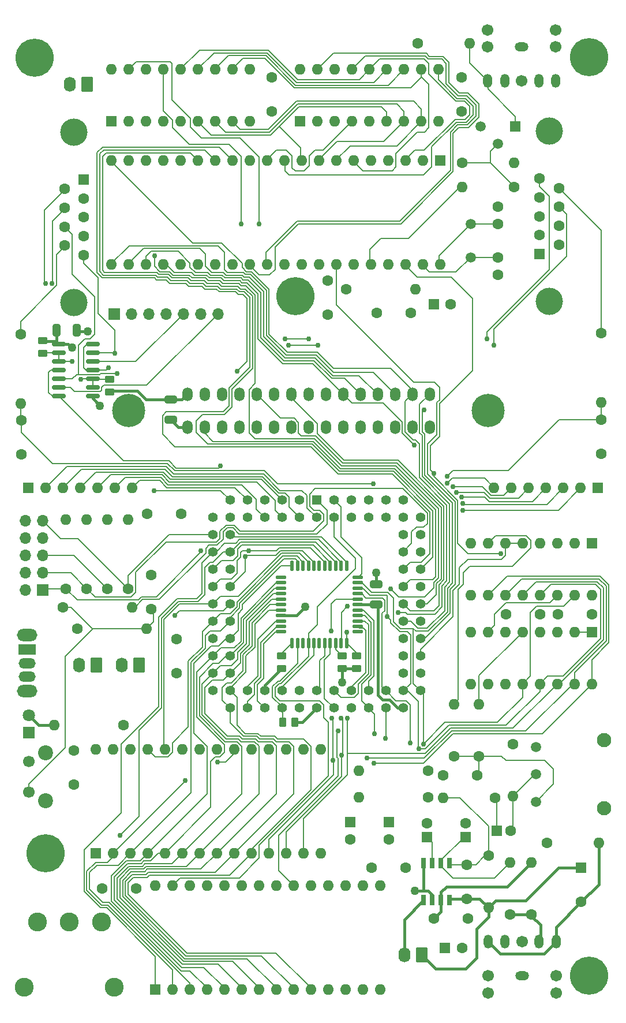
<source format=gbr>
%TF.GenerationSoftware,KiCad,Pcbnew,7.0.11-7.0.11~ubuntu22.04.1*%
%TF.CreationDate,2024-08-09T11:44:35-04:00*%
%TF.ProjectId,coleco_original,636f6c65-636f-45f6-9f72-6967696e616c,DEV*%
%TF.SameCoordinates,Original*%
%TF.FileFunction,Copper,L4,Bot*%
%TF.FilePolarity,Positive*%
%FSLAX46Y46*%
G04 Gerber Fmt 4.6, Leading zero omitted, Abs format (unit mm)*
G04 Created by KiCad (PCBNEW 7.0.11-7.0.11~ubuntu22.04.1) date 2024-08-09 11:44:35*
%MOMM*%
%LPD*%
G01*
G04 APERTURE LIST*
G04 Aperture macros list*
%AMRoundRect*
0 Rectangle with rounded corners*
0 $1 Rounding radius*
0 $2 $3 $4 $5 $6 $7 $8 $9 X,Y pos of 4 corners*
0 Add a 4 corners polygon primitive as box body*
4,1,4,$2,$3,$4,$5,$6,$7,$8,$9,$2,$3,0*
0 Add four circle primitives for the rounded corners*
1,1,$1+$1,$2,$3*
1,1,$1+$1,$4,$5*
1,1,$1+$1,$6,$7*
1,1,$1+$1,$8,$9*
0 Add four rect primitives between the rounded corners*
20,1,$1+$1,$2,$3,$4,$5,0*
20,1,$1+$1,$4,$5,$6,$7,0*
20,1,$1+$1,$6,$7,$8,$9,0*
20,1,$1+$1,$8,$9,$2,$3,0*%
G04 Aperture macros list end*
%TA.AperFunction,ComponentPad*%
%ADD10C,1.500000*%
%TD*%
%TA.AperFunction,ComponentPad*%
%ADD11C,1.600000*%
%TD*%
%TA.AperFunction,ComponentPad*%
%ADD12O,1.600000X1.600000*%
%TD*%
%TA.AperFunction,ComponentPad*%
%ADD13C,5.600000*%
%TD*%
%TA.AperFunction,ComponentPad*%
%ADD14R,1.600000X1.600000*%
%TD*%
%TA.AperFunction,ComponentPad*%
%ADD15RoundRect,0.250000X0.620000X0.845000X-0.620000X0.845000X-0.620000X-0.845000X0.620000X-0.845000X0*%
%TD*%
%TA.AperFunction,ComponentPad*%
%ADD16O,1.740000X2.190000*%
%TD*%
%TA.AperFunction,ComponentPad*%
%ADD17C,4.000000*%
%TD*%
%TA.AperFunction,ComponentPad*%
%ADD18O,2.006600X1.320800*%
%TD*%
%TA.AperFunction,ComponentPad*%
%ADD19O,1.320800X2.006600*%
%TD*%
%TA.AperFunction,ComponentPad*%
%ADD20C,1.701800*%
%TD*%
%TA.AperFunction,ComponentPad*%
%ADD21C,2.100000*%
%TD*%
%TA.AperFunction,ComponentPad*%
%ADD22R,1.700000X1.700000*%
%TD*%
%TA.AperFunction,ComponentPad*%
%ADD23O,1.700000X1.700000*%
%TD*%
%TA.AperFunction,ComponentPad*%
%ADD24R,1.422400X1.422400*%
%TD*%
%TA.AperFunction,ComponentPad*%
%ADD25C,1.422400*%
%TD*%
%TA.AperFunction,ComponentPad*%
%ADD26R,1.800000X1.800000*%
%TD*%
%TA.AperFunction,ComponentPad*%
%ADD27C,1.800000*%
%TD*%
%TA.AperFunction,ComponentPad*%
%ADD28C,2.200000*%
%TD*%
%TA.AperFunction,ComponentPad*%
%ADD29C,1.700000*%
%TD*%
%TA.AperFunction,ComponentPad*%
%ADD30O,3.000000X1.800000*%
%TD*%
%TA.AperFunction,ComponentPad*%
%ADD31R,2.500000X1.500000*%
%TD*%
%TA.AperFunction,ComponentPad*%
%ADD32O,2.500000X1.500000*%
%TD*%
%TA.AperFunction,ComponentPad*%
%ADD33O,1.500000X2.000000*%
%TD*%
%TA.AperFunction,ComponentPad*%
%ADD34C,4.875000*%
%TD*%
%TA.AperFunction,ComponentPad*%
%ADD35C,2.775000*%
%TD*%
%TA.AperFunction,ComponentPad*%
%ADD36R,1.500000X1.500000*%
%TD*%
%TA.AperFunction,SMDPad,CuDef*%
%ADD37RoundRect,0.250000X-0.450000X0.262500X-0.450000X-0.262500X0.450000X-0.262500X0.450000X0.262500X0*%
%TD*%
%TA.AperFunction,SMDPad,CuDef*%
%ADD38RoundRect,0.250000X-0.325000X-0.650000X0.325000X-0.650000X0.325000X0.650000X-0.325000X0.650000X0*%
%TD*%
%TA.AperFunction,SMDPad,CuDef*%
%ADD39R,0.650000X1.525000*%
%TD*%
%TA.AperFunction,SMDPad,CuDef*%
%ADD40RoundRect,0.250000X-0.650000X0.325000X-0.650000X-0.325000X0.650000X-0.325000X0.650000X0.325000X0*%
%TD*%
%TA.AperFunction,SMDPad,CuDef*%
%ADD41RoundRect,0.150000X0.825000X0.150000X-0.825000X0.150000X-0.825000X-0.150000X0.825000X-0.150000X0*%
%TD*%
%TA.AperFunction,SMDPad,CuDef*%
%ADD42RoundRect,0.250000X-0.262500X-0.450000X0.262500X-0.450000X0.262500X0.450000X-0.262500X0.450000X0*%
%TD*%
%TA.AperFunction,SMDPad,CuDef*%
%ADD43RoundRect,0.137500X0.600000X0.137500X-0.600000X0.137500X-0.600000X-0.137500X0.600000X-0.137500X0*%
%TD*%
%TA.AperFunction,SMDPad,CuDef*%
%ADD44RoundRect,0.137500X0.137500X0.600000X-0.137500X0.600000X-0.137500X-0.600000X0.137500X-0.600000X0*%
%TD*%
%TA.AperFunction,SMDPad,CuDef*%
%ADD45RoundRect,0.250000X0.650000X-0.325000X0.650000X0.325000X-0.650000X0.325000X-0.650000X-0.325000X0*%
%TD*%
%TA.AperFunction,SMDPad,CuDef*%
%ADD46RoundRect,0.250000X0.450000X-0.262500X0.450000X0.262500X-0.450000X0.262500X-0.450000X-0.262500X0*%
%TD*%
%TA.AperFunction,ViaPad*%
%ADD47C,0.762000*%
%TD*%
%TA.AperFunction,ViaPad*%
%ADD48C,1.270000*%
%TD*%
%TA.AperFunction,Conductor*%
%ADD49C,0.457200*%
%TD*%
%TA.AperFunction,Conductor*%
%ADD50C,0.203200*%
%TD*%
G04 APERTURE END LIST*
D10*
%TO.P,Y1,1,1*%
%TO.N,Net-(U6-XTAL1)*%
X136144000Y-73799000D03*
%TO.P,Y1,2,2*%
%TO.N,Net-(U6-XTAL2)*%
X136144000Y-78679000D03*
%TD*%
D11*
%TO.P,R6,1*%
%TO.N,Net-(C4-Pad2)*%
X137337800Y-151827800D03*
D12*
%TO.P,R6,2*%
%TO.N,Net-(U11-OUT)*%
X137337800Y-144207800D03*
%TD*%
D11*
%TO.P,C4,1*%
%TO.N,GNDD*%
X132054600Y-154621800D03*
%TO.P,C4,2*%
%TO.N,Net-(C4-Pad2)*%
X137054600Y-154621800D03*
%TD*%
D13*
%TO.P,H6,1,1*%
%TO.N,unconnected-(H6-Pad1)*%
X153441400Y-49364200D03*
%TD*%
D14*
%TO.P,U6,1,~{RAS}*%
%TO.N,/video/nRAS*%
X131622800Y-64451800D03*
D12*
%TO.P,U6,2,~{CAS}*%
%TO.N,/video/nCAS*%
X129082800Y-64451800D03*
%TO.P,U6,3,AD7*%
%TO.N,/video/AD7*%
X126542800Y-64451800D03*
%TO.P,U6,4,AD6*%
%TO.N,/video/AD6*%
X124002800Y-64451800D03*
%TO.P,U6,5,AD5*%
%TO.N,/video/AD5*%
X121462800Y-64451800D03*
%TO.P,U6,6,AD4*%
%TO.N,/video/AD4*%
X118922800Y-64451800D03*
%TO.P,U6,7,AD3*%
%TO.N,/video/AD3*%
X116382800Y-64451800D03*
%TO.P,U6,8,AD2*%
%TO.N,/video/AD2*%
X113842800Y-64451800D03*
%TO.P,U6,9,AD1*%
%TO.N,/video/AD1*%
X111302800Y-64451800D03*
%TO.P,U6,10,AD0*%
%TO.N,/video/AD0*%
X108762800Y-64451800D03*
%TO.P,U6,11,R/~{W}*%
%TO.N,/video/RnW*%
X106222800Y-64451800D03*
%TO.P,U6,12,VSS*%
%TO.N,GNDD*%
X103682800Y-64451800D03*
%TO.P,U6,13,MODE*%
%TO.N,/GLUE/A0*%
X101142800Y-64451800D03*
%TO.P,U6,14,~{CSW}*%
%TO.N,/GLUE/~{CSW}*%
X98602800Y-64451800D03*
%TO.P,U6,15,~{CSR}*%
%TO.N,/GLUE/~{CSR}*%
X96062800Y-64451800D03*
%TO.P,U6,16,~{INT}*%
%TO.N,/cpu/~{NMI}*%
X93522800Y-64451800D03*
%TO.P,U6,17,CD7*%
%TO.N,/GLUE/D0*%
X90982800Y-64451800D03*
%TO.P,U6,18,CD6*%
%TO.N,/GLUE/D1*%
X88442800Y-64451800D03*
%TO.P,U6,19,CD5*%
%TO.N,/GLUE/D2*%
X85902800Y-64451800D03*
%TO.P,U6,20,CD4*%
%TO.N,/GLUE/D3*%
X83362800Y-64451800D03*
%TO.P,U6,21,CD3*%
%TO.N,/GLUE/D4*%
X83362800Y-79691800D03*
%TO.P,U6,22,CD2*%
%TO.N,/GLUE/D5*%
X85902800Y-79691800D03*
%TO.P,U6,23,CD1*%
%TO.N,/GLUE/D6*%
X88442800Y-79691800D03*
%TO.P,U6,24,CD0*%
%TO.N,/GLUE/D7*%
X90982800Y-79691800D03*
%TO.P,U6,25,RD7*%
%TO.N,/video/R7*%
X93522800Y-79691800D03*
%TO.P,U6,26,RD6*%
%TO.N,/video/R6*%
X96062800Y-79691800D03*
%TO.P,U6,27,RD5*%
%TO.N,/video/R5*%
X98602800Y-79691800D03*
%TO.P,U6,28,RD4*%
%TO.N,/video/R4*%
X101142800Y-79691800D03*
%TO.P,U6,29,RD3*%
%TO.N,/video/R3*%
X103682800Y-79691800D03*
%TO.P,U6,30,RD2*%
%TO.N,/video/R2*%
X106222800Y-79691800D03*
%TO.P,U6,31,RD1*%
%TO.N,/video/R1*%
X108762800Y-79691800D03*
%TO.P,U6,32,RD0*%
%TO.N,/video/R0*%
X111302800Y-79691800D03*
%TO.P,U6,33,VCC*%
%TO.N,+5VP*%
X113842800Y-79691800D03*
%TO.P,U6,34,~{RESET}*%
%TO.N,/GLUE/~{SND_RESET}*%
X116382800Y-79691800D03*
%TO.P,U6,35,EXTVID*%
%TO.N,unconnected-(U6-EXTVID-Pad35)*%
X118922800Y-79691800D03*
%TO.P,U6,36,COMVID*%
%TO.N,/video/Y*%
X121462800Y-79691800D03*
%TO.P,U6,37,NC*%
%TO.N,unconnected-(U6-NC-Pad37)*%
X124002800Y-79691800D03*
%TO.P,U6,38,CPUCLK*%
%TO.N,/GLUE/CLK*%
X126542800Y-79691800D03*
%TO.P,U6,39,XTAL2*%
%TO.N,Net-(U6-XTAL2)*%
X129082800Y-79691800D03*
%TO.P,U6,40,XTAL1*%
%TO.N,Net-(U6-XTAL1)*%
X131622800Y-79691800D03*
%TD*%
D15*
%TO.P,J3,1,In*%
%TO.N,Net-(J3-In)*%
X79832200Y-53275800D03*
D16*
%TO.P,J3,2,Ext*%
%TO.N,GNDD*%
X77292200Y-53275800D03*
%TD*%
D17*
%TO.P,J5,0*%
%TO.N,N/C*%
X77901800Y-60311600D03*
X77901800Y-85311600D03*
D14*
%TO.P,J5,1,1*%
%TO.N,/GLUE/C1P1*%
X79321800Y-67271600D03*
D11*
%TO.P,J5,2,2*%
%TO.N,/GLUE/C1P2*%
X79321800Y-70041600D03*
%TO.P,J5,3,3*%
%TO.N,/GLUE/C1P3*%
X79321800Y-72811600D03*
%TO.P,J5,4,4*%
%TO.N,/GLUE/C1P4*%
X79321800Y-75581600D03*
%TO.P,J5,5,5*%
%TO.N,/controller/ex_ARM*%
X79321800Y-78351600D03*
%TO.P,J5,6,6*%
%TO.N,/GLUE/C1P6*%
X76481800Y-68656600D03*
%TO.P,J5,7,7*%
%TO.N,/GLUE/C1P7*%
X76481800Y-71426600D03*
%TO.P,J5,8,8*%
%TO.N,/controller/ex_FIRE*%
X76481800Y-74196600D03*
%TO.P,J5,9,9*%
%TO.N,Net-(J5-Pad9)*%
X76481800Y-76966600D03*
%TD*%
%TO.P,R19,1*%
%TO.N,Net-(J5-Pad9)*%
X70078600Y-89928000D03*
D12*
%TO.P,R19,2*%
%TO.N,/GLUE/C1P9*%
X70078600Y-100088000D03*
%TD*%
D14*
%TO.P,C3,1*%
%TO.N,+5V*%
X118440200Y-161544688D03*
D11*
%TO.P,C3,2*%
%TO.N,GNDD*%
X118440200Y-164044688D03*
%TD*%
D14*
%TO.P,C28,1*%
%TO.N,Net-(U1-BYPASS)*%
X129717800Y-163704913D03*
D11*
%TO.P,C28,2*%
%TO.N,GNDD*%
X129717800Y-161704913D03*
%TD*%
%TO.P,R14,1*%
%TO.N,/GLUE/TDI*%
X85852000Y-127342200D03*
D12*
%TO.P,R14,2*%
%TO.N,+5V*%
X85852000Y-117182200D03*
%TD*%
D11*
%TO.P,R22,1*%
%TO.N,+5V*%
X85140800Y-147255800D03*
D12*
%TO.P,R22,2*%
%TO.N,Net-(D1-A)*%
X74980800Y-147255800D03*
%TD*%
D14*
%TO.P,RN1,1,common*%
%TO.N,+5V*%
X71170800Y-112508600D03*
D12*
%TO.P,RN1,2,R1*%
%TO.N,/GLUE/C1P1*%
X73710800Y-112508600D03*
%TO.P,RN1,3,R2*%
%TO.N,/GLUE/C1P2*%
X76250800Y-112508600D03*
%TO.P,RN1,4,R3*%
%TO.N,/GLUE/C1P3*%
X78790800Y-112508600D03*
%TO.P,RN1,5,R4*%
%TO.N,/GLUE/C1P4*%
X81330800Y-112508600D03*
%TO.P,RN1,6,R5*%
%TO.N,/GLUE/C1P6*%
X83870800Y-112508600D03*
%TO.P,RN1,7,R6*%
%TO.N,/GLUE/C1P7*%
X86410800Y-112508600D03*
%TD*%
D11*
%TO.P,L3,1,1*%
%TO.N,+5VP*%
X117830600Y-83349400D03*
D12*
%TO.P,L3,2,2*%
%TO.N,+5V*%
X127990600Y-83349400D03*
%TD*%
D14*
%TO.P,C24,1*%
%TO.N,+5VA*%
X132322688Y-179971000D03*
D11*
%TO.P,C24,2*%
%TO.N,GNDD*%
X134822688Y-179971000D03*
%TD*%
D13*
%TO.P,H2,1,1*%
%TO.N,unconnected-(H2-Pad1)*%
X73710800Y-166051800D03*
%TD*%
D11*
%TO.P,R23,1*%
%TO.N,Net-(C26-Pad1)*%
X139674600Y-157974600D03*
D12*
%TO.P,R23,2*%
%TO.N,Net-(U1-IN)*%
X132054600Y-157974600D03*
%TD*%
D14*
%TO.P,U4,1,A14*%
%TO.N,/GLUE/A14*%
X89799000Y-186046600D03*
D12*
%TO.P,U4,2,A12*%
%TO.N,/GLUE/A12*%
X92339000Y-186046600D03*
%TO.P,U4,3,A7*%
%TO.N,/GLUE/A7*%
X94879000Y-186046600D03*
%TO.P,U4,4,A6*%
%TO.N,/GLUE/A6*%
X97419000Y-186046600D03*
%TO.P,U4,5,A5*%
%TO.N,/GLUE/A5*%
X99959000Y-186046600D03*
%TO.P,U4,6,A4*%
%TO.N,/GLUE/A4*%
X102499000Y-186046600D03*
%TO.P,U4,7,A3*%
%TO.N,/GLUE/A3*%
X105039000Y-186046600D03*
%TO.P,U4,8,A2*%
%TO.N,/GLUE/A2*%
X107579000Y-186046600D03*
%TO.P,U4,9,A1*%
%TO.N,/GLUE/A1*%
X110119000Y-186046600D03*
%TO.P,U4,10,A0*%
%TO.N,/GLUE/A0*%
X112659000Y-186046600D03*
%TO.P,U4,11,Q0*%
%TO.N,/GLUE/D0*%
X115199000Y-186046600D03*
%TO.P,U4,12,Q1*%
%TO.N,/GLUE/D1*%
X117739000Y-186046600D03*
%TO.P,U4,13,Q2*%
%TO.N,/GLUE/D2*%
X120279000Y-186046600D03*
%TO.P,U4,14,GND*%
%TO.N,GNDD*%
X122819000Y-186046600D03*
%TO.P,U4,15,Q3*%
%TO.N,/GLUE/D3*%
X122819000Y-170806600D03*
%TO.P,U4,16,Q4*%
%TO.N,/GLUE/D4*%
X120279000Y-170806600D03*
%TO.P,U4,17,Q5*%
%TO.N,/GLUE/D5*%
X117739000Y-170806600D03*
%TO.P,U4,18,Q6*%
%TO.N,/GLUE/D6*%
X115199000Y-170806600D03*
%TO.P,U4,19,Q7*%
%TO.N,/GLUE/D7*%
X112659000Y-170806600D03*
%TO.P,U4,20,~{CS}*%
%TO.N,/GLUE/~{RAM_CS}*%
X110119000Y-170806600D03*
%TO.P,U4,21,A10*%
%TO.N,/GLUE/A10*%
X107579000Y-170806600D03*
%TO.P,U4,22,~{OE}*%
%TO.N,/GLUE/~{RAM_OE}*%
X105039000Y-170806600D03*
%TO.P,U4,23,A11*%
%TO.N,/GLUE/A11*%
X102499000Y-170806600D03*
%TO.P,U4,24,A9*%
%TO.N,/GLUE/A9*%
X99959000Y-170806600D03*
%TO.P,U4,25,A8*%
%TO.N,/GLUE/A8*%
X97419000Y-170806600D03*
%TO.P,U4,26,A13*%
%TO.N,/GLUE/A13*%
X94879000Y-170806600D03*
%TO.P,U4,27,~{WE}*%
%TO.N,/GLUE/~{WR}*%
X92339000Y-170806600D03*
%TO.P,U4,28,VCC*%
%TO.N,+5V*%
X89799000Y-170806600D03*
%TD*%
D11*
%TO.P,L1,1,1*%
%TO.N,+5VA*%
X129870200Y-157873000D03*
D12*
%TO.P,L1,2,2*%
%TO.N,+5V*%
X119710200Y-157873000D03*
%TD*%
D14*
%TO.P,U7,1,~{G}*%
%TO.N,GNDD*%
X111074200Y-58736800D03*
D12*
%TO.P,U7,2,DQ1*%
%TO.N,/video/R0*%
X113614200Y-58736800D03*
%TO.P,U7,3,DQ2*%
%TO.N,/video/R1*%
X116154200Y-58736800D03*
%TO.P,U7,4,~{W}*%
%TO.N,/video/RnW*%
X118694200Y-58736800D03*
%TO.P,U7,5,~{RAS}*%
%TO.N,/video/nRAS*%
X121234200Y-58736800D03*
%TO.P,U7,6,A6*%
%TO.N,/video/AD1*%
X123774200Y-58736800D03*
%TO.P,U7,7,A5*%
%TO.N,/video/AD2*%
X126314200Y-58736800D03*
%TO.P,U7,8,A4*%
%TO.N,/video/AD3*%
X128854200Y-58736800D03*
%TO.P,U7,9,VDD*%
%TO.N,+5VP*%
X131394200Y-58736800D03*
%TO.P,U7,10,A7*%
%TO.N,/video/AD0*%
X131394200Y-51116800D03*
%TO.P,U7,11,A3*%
%TO.N,/video/AD4*%
X128854200Y-51116800D03*
%TO.P,U7,12,A2*%
%TO.N,/video/AD5*%
X126314200Y-51116800D03*
%TO.P,U7,13,A1*%
%TO.N,/video/AD6*%
X123774200Y-51116800D03*
%TO.P,U7,14,A0*%
%TO.N,/video/AD7*%
X121234200Y-51116800D03*
%TO.P,U7,15,DQ3*%
%TO.N,/video/R2*%
X118694200Y-51116800D03*
%TO.P,U7,16,~{CAS}*%
%TO.N,/video/nCAS*%
X116154200Y-51116800D03*
%TO.P,U7,17,DQ4*%
%TO.N,/video/R3*%
X113614200Y-51116800D03*
%TO.P,U7,18,VSS*%
%TO.N,GNDD*%
X111074200Y-51116800D03*
%TD*%
D18*
%TO.P,J8,1*%
%TO.N,GNDD*%
X143586200Y-47840200D03*
D19*
%TO.P,J8,2*%
%TO.N,Net-(Q1-E)*%
X138586200Y-52840197D03*
%TO.P,J8,3*%
%TO.N,unconnected-(J8-Pad3)*%
X148586200Y-52840197D03*
%TO.P,J8,4*%
%TO.N,Net-(J3-In)*%
X141086200Y-52840197D03*
%TO.P,J8,5*%
%TO.N,unconnected-(J8-Pad5)*%
X146086200Y-52840197D03*
D20*
%TO.P,J8,6*%
%TO.N,N/C*%
X138586200Y-45340199D03*
%TO.P,J8,7*%
X148586200Y-45340199D03*
%TO.P,J8,8*%
X138586200Y-47840200D03*
%TO.P,J8,9*%
X148586200Y-47840200D03*
%TO.P,J8,10*%
X143586200Y-52840197D03*
%TD*%
D15*
%TO.P,J11,1,Pin_1*%
%TO.N,+5V*%
X81203800Y-138492800D03*
D16*
%TO.P,J11,2,Pin_2*%
%TO.N,GNDD*%
X78663800Y-138492800D03*
%TD*%
D11*
%TO.P,C10,1*%
%TO.N,+5V*%
X86995000Y-171233400D03*
%TO.P,C10,2*%
%TO.N,GNDD*%
X81995000Y-171233400D03*
%TD*%
%TO.P,C20,1*%
%TO.N,/GLUE/C1P9*%
X70129400Y-102581000D03*
%TO.P,C20,2*%
%TO.N,GNDD*%
X70129400Y-107581000D03*
%TD*%
D10*
%TO.P,RV1,1,1*%
%TO.N,GNDD*%
X145698800Y-150514800D03*
%TO.P,RV1,2,2*%
%TO.N,Net-(C26-Pad2)*%
X145698800Y-154514800D03*
%TO.P,RV1,3,3*%
%TO.N,Net-(C4-Pad2)*%
X145698800Y-158514800D03*
D21*
%TO.P,RV1,MH1*%
%TO.N,N/C*%
X155698800Y-149514800D03*
%TO.P,RV1,MH2*%
X155698800Y-159514800D03*
%TD*%
D18*
%TO.P,J9,1*%
%TO.N,GNDD*%
X143640800Y-184049599D03*
D19*
%TO.P,J9,2*%
%TO.N,/sound/HP+*%
X148640800Y-179049602D03*
%TO.P,J9,3*%
X138640800Y-179049602D03*
%TO.P,J9,4*%
%TO.N,/sound/HP_BTL*%
X146140800Y-179049602D03*
%TO.P,J9,5*%
%TO.N,unconnected-(J9-Pad5)*%
X141140800Y-179049602D03*
D20*
%TO.P,J9,6*%
%TO.N,N/C*%
X148640800Y-186549600D03*
%TO.P,J9,7*%
X138640800Y-186549600D03*
%TO.P,J9,8*%
X148640800Y-184049599D03*
%TO.P,J9,9*%
X138640800Y-184049599D03*
%TO.P,J9,10*%
X143640800Y-179049602D03*
%TD*%
D11*
%TO.P,R10,1*%
%TO.N,GNDD*%
X128346200Y-47281400D03*
D12*
%TO.P,R10,2*%
%TO.N,Net-(Q1-E)*%
X135966200Y-47281400D03*
%TD*%
D11*
%TO.P,R16,1*%
%TO.N,/GLUE/TDO*%
X79756000Y-127291400D03*
D12*
%TO.P,R16,2*%
%TO.N,+5V*%
X79756000Y-117131400D03*
%TD*%
D22*
%TO.P,J6,1,Pin_1*%
%TO.N,/GLUE/TCK*%
X73334800Y-127489600D03*
D23*
%TO.P,J6,2,Pin_2*%
%TO.N,GNDD*%
X70794800Y-127489600D03*
%TO.P,J6,3,Pin_3*%
%TO.N,/GLUE/TDO*%
X73334800Y-124949600D03*
%TO.P,J6,4,Pin_4*%
%TO.N,+5V*%
X70794800Y-124949600D03*
%TO.P,J6,5,Pin_5*%
%TO.N,/GLUE/TMS*%
X73334800Y-122409600D03*
%TO.P,J6,6,Pin_6*%
%TO.N,unconnected-(J6-Pin_6-Pad6)*%
X70794800Y-122409600D03*
%TO.P,J6,7,Pin_7*%
%TO.N,unconnected-(J6-Pin_7-Pad7)*%
X73334800Y-119869600D03*
%TO.P,J6,8,Pin_8*%
%TO.N,unconnected-(J6-Pin_8-Pad8)*%
X70794800Y-119869600D03*
%TO.P,J6,9,Pin_9*%
%TO.N,/GLUE/TDI*%
X73334800Y-117329600D03*
%TO.P,J6,10,Pin_10*%
%TO.N,GNDD*%
X70794800Y-117329600D03*
%TD*%
D11*
%TO.P,R12,1*%
%TO.N,Net-(Q1-B)*%
X142494000Y-68414200D03*
D12*
%TO.P,R12,2*%
%TO.N,/video/Y*%
X134874000Y-68414200D03*
%TD*%
D11*
%TO.P,C8,1*%
%TO.N,+5VD*%
X153934800Y-130999800D03*
%TO.P,C8,2*%
%TO.N,GNDD*%
X148934800Y-130999800D03*
%TD*%
%TO.P,C7,1*%
%TO.N,+5VA*%
X130723000Y-175653000D03*
%TO.P,C7,2*%
%TO.N,GNDD*%
X135723000Y-175653000D03*
%TD*%
D14*
%TO.P,C27,1*%
%TO.N,Net-(U1-SE{slash}~{BTL})*%
X135356600Y-163704913D03*
D11*
%TO.P,C27,2*%
%TO.N,GNDD*%
X135356600Y-161704913D03*
%TD*%
%TO.P,R17,1*%
%TO.N,/GLUE/TCK*%
X76708000Y-127291400D03*
D12*
%TO.P,R17,2*%
%TO.N,GNDD*%
X76708000Y-117131400D03*
%TD*%
D17*
%TO.P,J7,0*%
%TO.N,N/C*%
X147652600Y-85170800D03*
X147652600Y-60170800D03*
D14*
%TO.P,J7,1,1*%
%TO.N,/GLUE/C2P1*%
X146232600Y-78210800D03*
D11*
%TO.P,J7,2,2*%
%TO.N,/GLUE/C2P2*%
X146232600Y-75440800D03*
%TO.P,J7,3,3*%
%TO.N,/GLUE/C2P3*%
X146232600Y-72670800D03*
%TO.P,J7,4,4*%
%TO.N,/GLUE/C2P4*%
X146232600Y-69900800D03*
%TO.P,J7,5,5*%
%TO.N,/controller/ex_ARM*%
X146232600Y-67130800D03*
%TO.P,J7,6,6*%
%TO.N,/GLUE/C2P6*%
X149072600Y-76825800D03*
%TO.P,J7,7,7*%
%TO.N,/GLUE/C2P7*%
X149072600Y-74055800D03*
%TO.P,J7,8,8*%
%TO.N,/controller/ex_FIRE*%
X149072600Y-71285800D03*
%TO.P,J7,9,9*%
%TO.N,Net-(J7-Pad9)*%
X149072600Y-68515800D03*
%TD*%
D24*
%TO.P,U9,1,INPUT/GLCRn*%
%TO.N,/GLUE/~{RESET_SW}*%
X113487200Y-114300900D03*
D25*
%TO.P,U9,2,INPUT/OE2/(GCLK2)*%
%TO.N,/GLUE/C1P1*%
X113487200Y-116840900D03*
%TO.P,U9,3,VCCINT*%
%TO.N,+5V*%
X110947200Y-114300900D03*
%TO.P,U9,4,I/O*%
%TO.N,/GLUE/C1P2*%
X110947200Y-116840900D03*
%TO.P,U9,5,I/O*%
%TO.N,/GLUE/C1P3*%
X108407200Y-114300900D03*
%TO.P,U9,6,I/O*%
%TO.N,/GLUE/C1P4*%
X108407200Y-116840900D03*
%TO.P,U9,7,GND*%
%TO.N,GNDD*%
X105867200Y-114300900D03*
%TO.P,U9,8,I/O*%
%TO.N,/GLUE/C1P6*%
X105867200Y-116840900D03*
%TO.P,U9,9,I/O*%
%TO.N,/GLUE/C1P7*%
X103327200Y-114300900D03*
%TO.P,U9,10,I/O*%
%TO.N,/GLUE/AS*%
X103327200Y-116840900D03*
%TO.P,U9,11,I/O*%
%TO.N,/GLUE/C5_ARM*%
X100787200Y-114300900D03*
%TO.P,U9,12,I/O*%
%TO.N,/GLUE/C8_FIRE*%
X98247200Y-116840900D03*
%TO.P,U9,13,VCCIO*%
%TO.N,+5V*%
X100787200Y-116840900D03*
%TO.P,U9,14,I/O/(TDI)*%
%TO.N,/GLUE/TDI*%
X98247200Y-119380900D03*
%TO.P,U9,15,I/O*%
%TO.N,/GLUE/A15*%
X100787200Y-119380900D03*
%TO.P,U9,16,I/O*%
%TO.N,/GLUE/A14*%
X98247200Y-121920900D03*
%TO.P,U9,17,I/O*%
%TO.N,/GLUE/A13*%
X100787200Y-121920900D03*
%TO.P,U9,18,I/O*%
%TO.N,/GLUE/A12*%
X98247200Y-124460900D03*
%TO.P,U9,19,GND*%
%TO.N,GNDD*%
X100787200Y-124460900D03*
%TO.P,U9,20,I/O*%
%TO.N,/GLUE/A11*%
X98247200Y-127000900D03*
%TO.P,U9,21,I/O*%
%TO.N,/GLUE/A10*%
X100787200Y-127000900D03*
%TO.P,U9,22,I/O*%
%TO.N,/GLUE/A9*%
X98247200Y-129540900D03*
%TO.P,U9,23,I/O/(TMS)*%
%TO.N,/GLUE/TMS*%
X100787200Y-129540900D03*
%TO.P,U9,24,I/O*%
%TO.N,/GLUE/A8*%
X98247200Y-132080900D03*
%TO.P,U9,25,I/O*%
%TO.N,/GLUE/A7*%
X100787200Y-132080900D03*
%TO.P,U9,26,VCCIO*%
%TO.N,+5V*%
X98247200Y-134620900D03*
%TO.P,U9,27,I/O*%
%TO.N,/GLUE/A6*%
X100787200Y-134620900D03*
%TO.P,U9,28,I/O*%
%TO.N,/GLUE/A5*%
X98247200Y-137160900D03*
%TO.P,U9,29,I/O*%
%TO.N,/GLUE/A4*%
X100787200Y-137160900D03*
%TO.P,U9,30,I/O*%
%TO.N,/GLUE/A3*%
X98247200Y-139700900D03*
%TO.P,U9,31,I/O*%
%TO.N,/GLUE/A2*%
X100787200Y-139700900D03*
%TO.P,U9,32,GND*%
%TO.N,GNDD*%
X98247200Y-142240900D03*
%TO.P,U9,33,I/O*%
%TO.N,/GLUE/A1*%
X100787200Y-144780900D03*
%TO.P,U9,34,I/O*%
%TO.N,/GLUE/A0*%
X100787200Y-142240900D03*
%TO.P,U9,35,I/O*%
%TO.N,/GLUE/~{M1}*%
X103327200Y-144780900D03*
%TO.P,U9,36,I/O*%
%TO.N,/GLUE/~{RFSH}*%
X103327200Y-142240900D03*
%TO.P,U9,37,I/O*%
%TO.N,/GLUE/~{RESET}*%
X105867200Y-144780900D03*
%TO.P,U9,38,VCCIO*%
%TO.N,+5V*%
X105867200Y-142240900D03*
%TO.P,U9,39,I/O*%
%TO.N,/GLUE/~{WAIT}*%
X108407200Y-144780900D03*
%TO.P,U9,40,I/O*%
%TO.N,/GLUE/~{RD}*%
X108407200Y-142240900D03*
%TO.P,U9,41,I/O*%
%TO.N,/GLUE/~{RAM_OE}*%
X110947200Y-144780900D03*
%TO.P,U9,42,GND*%
%TO.N,GNDD*%
X110947200Y-142240900D03*
%TO.P,U9,43,VCCITN*%
%TO.N,+5V*%
X113487200Y-144780900D03*
%TO.P,U9,44,I/O*%
%TO.N,/GLUE/~{IORQ}*%
X113487200Y-142240900D03*
%TO.P,U9,45,I/O*%
%TO.N,/GLUE/~{MREQ}*%
X116027200Y-144780900D03*
%TO.P,U9,46,I/O*%
%TO.N,/GLUE/D0*%
X116027200Y-142240900D03*
%TO.P,U9,47,GND*%
%TO.N,GNDD*%
X118567200Y-144780900D03*
%TO.P,U9,48,I/O*%
%TO.N,/GLUE/D1*%
X118567200Y-142240900D03*
%TO.P,U9,49,I/O*%
%TO.N,/GLUE/D7*%
X121107200Y-144780900D03*
%TO.P,U9,50,I/O*%
%TO.N,/GLUE/D2*%
X121107200Y-142240900D03*
%TO.P,U9,51,I/O*%
%TO.N,/GLUE/D6*%
X123647200Y-144780900D03*
%TO.P,U9,52,I/O*%
%TO.N,/GLUE/D5*%
X123647200Y-142240900D03*
%TO.P,U9,53,VCCIO*%
%TO.N,+5V*%
X126187200Y-144780900D03*
%TO.P,U9,54,I/O*%
%TO.N,/GLUE/D4*%
X128727200Y-142240900D03*
%TO.P,U9,55,I/O*%
%TO.N,/GLUE/D3*%
X126187200Y-142240900D03*
%TO.P,U9,56,I/O*%
%TO.N,/GLUE/~{ROM_ENABLE}*%
X128727200Y-139700900D03*
%TO.P,U9,57,I/O*%
%TO.N,/GLUE/~{RAM_CS}*%
X126187200Y-139700900D03*
%TO.P,U9,58,I/O*%
%TO.N,/GLUE/~{SND_ENABLE}*%
X128727200Y-137160900D03*
%TO.P,U9,59,GND*%
%TO.N,GNDD*%
X126187200Y-137160900D03*
%TO.P,U9,60,I/O*%
%TO.N,/GLUE/~{SND_RESET}*%
X128727200Y-134620900D03*
%TO.P,U9,61,I/O*%
%TO.N,/GLUE/~{INT}*%
X126187200Y-134620900D03*
%TO.P,U9,62,I/O/(TCK)*%
%TO.N,/GLUE/TCK*%
X128727200Y-132080900D03*
%TO.P,U9,63,I/O*%
%TO.N,/GLUE/~{CS_hC000}*%
X126187200Y-132080900D03*
%TO.P,U9,64,I/O*%
%TO.N,/GLUE/~{CS_hA000}*%
X128727200Y-129540900D03*
%TO.P,U9,65,I/O*%
%TO.N,/GLUE/~{CS_h8000}*%
X126187200Y-129540900D03*
%TO.P,U9,66,VCCIO*%
%TO.N,+5V*%
X128727200Y-127000900D03*
%TO.P,U9,67,I/O*%
%TO.N,/GLUE/~{CS_hE000}*%
X126187200Y-127000900D03*
%TO.P,U9,68,I/O*%
%TO.N,/GLUE/~{CSR}*%
X128727200Y-124460900D03*
%TO.P,U9,69,I/O*%
%TO.N,/GLUE/~{CSW}*%
X126187200Y-124460900D03*
%TO.P,U9,70,I/O*%
%TO.N,/GLUE/C2P1*%
X128727200Y-121920900D03*
%TO.P,U9,71,I/O/(TDO)*%
%TO.N,/GLUE/TDO*%
X126187200Y-121920900D03*
%TO.P,U9,72,GND*%
%TO.N,GNDD*%
X128727200Y-119380900D03*
%TO.P,U9,73,I/O*%
%TO.N,/GLUE/C2P2*%
X126187200Y-119380900D03*
%TO.P,U9,74,I/O*%
%TO.N,/GLUE/C2P3*%
X128727200Y-116840900D03*
%TO.P,U9,75,I/O*%
%TO.N,/GLUE/C2P4*%
X126187200Y-114300900D03*
%TO.P,U9,76,I/O*%
%TO.N,/GLUE/C2P6*%
X126187200Y-116840900D03*
%TO.P,U9,77,I/O*%
%TO.N,/GLUE/C2P7*%
X123647200Y-114300900D03*
%TO.P,U9,78,VCCIO*%
%TO.N,+5V*%
X123647200Y-116840900D03*
%TO.P,U9,79,I/O*%
%TO.N,/GLUE/~{AY_SND_ENABLE}*%
X121107200Y-114300900D03*
%TO.P,U9,80,I/O*%
%TO.N,/GLUE/C1P9*%
X121107200Y-116840900D03*
%TO.P,U9,81,I/O*%
%TO.N,/GLUE/C2P9*%
X118567200Y-114300900D03*
%TO.P,U9,82,GND*%
%TO.N,GNDD*%
X118567200Y-116840900D03*
%TO.P,U9,83,INPUT/GCLK1*%
%TO.N,/GLUE/CLK*%
X116027200Y-114300900D03*
%TO.P,U9,84,INPUT/OE1*%
%TO.N,/GLUE/~{WR}*%
X116027200Y-116840900D03*
%TD*%
D14*
%TO.P,U11,1,~{WR}*%
%TO.N,/GLUE/~{AY_SND_ENABLE}*%
X153873200Y-133616000D03*
D12*
%TO.P,U11,2,~{CS}*%
X151333200Y-133616000D03*
%TO.P,U11,3,A0*%
%TO.N,/GLUE/AS*%
X148793200Y-133616000D03*
%TO.P,U11,4,VDD*%
%TO.N,+5VD*%
X146253200Y-133616000D03*
%TO.P,U11,5,OUT*%
%TO.N,Net-(U11-OUT)*%
X143713200Y-133616000D03*
%TO.P,U11,6,GND*%
%TO.N,GNDD*%
X141173200Y-133616000D03*
%TO.P,U11,7,CLK*%
%TO.N,/GLUE/CLK*%
X138633200Y-133616000D03*
%TO.P,U11,8,~{RESET}*%
%TO.N,/GLUE/~{SND_RESET}*%
X136093200Y-133616000D03*
%TO.P,U11,9,D7*%
%TO.N,/GLUE/D7*%
X136093200Y-141236000D03*
%TO.P,U11,10,D6*%
%TO.N,/GLUE/D6*%
X138633200Y-141236000D03*
%TO.P,U11,11,D5*%
%TO.N,/GLUE/D5*%
X141173200Y-141236000D03*
%TO.P,U11,12,D4*%
%TO.N,/GLUE/D4*%
X143713200Y-141236000D03*
%TO.P,U11,13,D3*%
%TO.N,/GLUE/D3*%
X146253200Y-141236000D03*
%TO.P,U11,14,D2*%
%TO.N,/GLUE/D2*%
X148793200Y-141236000D03*
%TO.P,U11,15,D1*%
%TO.N,/GLUE/D1*%
X151333200Y-141236000D03*
%TO.P,U11,16,D0*%
%TO.N,/GLUE/D0*%
X153873200Y-141236000D03*
%TD*%
D11*
%TO.P,C16,1*%
%TO.N,Net-(U6-XTAL2)*%
X140081000Y-78746600D03*
%TO.P,C16,2*%
%TO.N,GNDD*%
X140081000Y-81246600D03*
%TD*%
%TO.P,C18,1*%
%TO.N,+5V*%
X92964000Y-134632000D03*
%TO.P,C18,2*%
%TO.N,GNDD*%
X92964000Y-139632000D03*
%TD*%
D26*
%TO.P,D1,1,K*%
%TO.N,GNDD*%
X71297800Y-148403800D03*
D27*
%TO.P,D1,2,A*%
%TO.N,Net-(D1-A)*%
X71297800Y-145863800D03*
%TD*%
D11*
%TO.P,C15,1*%
%TO.N,GNDD*%
X140131800Y-71253600D03*
%TO.P,C15,2*%
%TO.N,Net-(U6-XTAL1)*%
X140131800Y-73753600D03*
%TD*%
%TO.P,R24,1*%
%TO.N,GNDD*%
X147294600Y-164527800D03*
D12*
%TO.P,R24,2*%
%TO.N,/sound/HP+*%
X154914600Y-164527800D03*
%TD*%
D14*
%TO.P,RN2,1,common*%
%TO.N,+5V*%
X154787600Y-112508600D03*
D12*
%TO.P,RN2,2,R1*%
%TO.N,/GLUE/C2P1*%
X152247600Y-112508600D03*
%TO.P,RN2,3,R2*%
%TO.N,/GLUE/C2P2*%
X149707600Y-112508600D03*
%TO.P,RN2,4,R3*%
%TO.N,/GLUE/C2P3*%
X147167600Y-112508600D03*
%TO.P,RN2,5,R4*%
%TO.N,/GLUE/C2P4*%
X144627600Y-112508600D03*
%TO.P,RN2,6,R5*%
%TO.N,/GLUE/C2P6*%
X142087600Y-112508600D03*
%TO.P,RN2,7,R6*%
%TO.N,/GLUE/C2P7*%
X139547600Y-112508600D03*
%TD*%
D11*
%TO.P,C14,1*%
%TO.N,+5VP*%
X134772400Y-57299800D03*
%TO.P,C14,2*%
%TO.N,GNDD*%
X134772400Y-52299800D03*
%TD*%
D28*
%TO.P,SW1,*%
%TO.N,*%
X73747000Y-158386400D03*
X73747000Y-151386400D03*
D29*
%TO.P,SW1,1,1*%
%TO.N,Net-(C1-Pad1)*%
X71247000Y-157136400D03*
%TO.P,SW1,2,2*%
%TO.N,GNDD*%
X71247000Y-152636400D03*
%TD*%
D11*
%TO.P,R27,1*%
%TO.N,/sound/HP_BTL*%
X145043450Y-175032600D03*
D12*
%TO.P,R27,2*%
%TO.N,+5VA*%
X145043450Y-167412600D03*
%TD*%
D11*
%TO.P,C25,1*%
%TO.N,GNDD*%
X126589800Y-168185400D03*
%TO.P,C25,2*%
%TO.N,+5V*%
X121589800Y-168185400D03*
%TD*%
D15*
%TO.P,J2,1,Pin_1*%
%TO.N,/sound/SP+*%
X128905000Y-180967000D03*
D16*
%TO.P,J2,2,Pin_2*%
%TO.N,/sound/SP-*%
X126365000Y-180967000D03*
%TD*%
D13*
%TO.P,H7,1,1*%
%TO.N,unconnected-(H7-Pad1)*%
X110375700Y-84352700D03*
%TD*%
D11*
%TO.P,L2,1,1*%
%TO.N,+5VD*%
X129870200Y-154012200D03*
D12*
%TO.P,L2,2,2*%
%TO.N,+5V*%
X119710200Y-154012200D03*
%TD*%
D11*
%TO.P,R5,1*%
%TO.N,Net-(C4-Pad2)*%
X133654800Y-151827800D03*
D12*
%TO.P,R5,2*%
%TO.N,Net-(U2-OUT)*%
X133654800Y-144207800D03*
%TD*%
D14*
%TO.P,U5,1,VPP*%
%TO.N,+5V*%
X81061400Y-166082200D03*
D12*
%TO.P,U5,2,A12*%
%TO.N,/GLUE/A12*%
X83601400Y-166082200D03*
%TO.P,U5,3,A7*%
%TO.N,/GLUE/A7*%
X86141400Y-166082200D03*
%TO.P,U5,4,A6*%
%TO.N,/GLUE/A6*%
X88681400Y-166082200D03*
%TO.P,U5,5,A5*%
%TO.N,/GLUE/A5*%
X91221400Y-166082200D03*
%TO.P,U5,6,A4*%
%TO.N,/GLUE/A4*%
X93761400Y-166082200D03*
%TO.P,U5,7,A3*%
%TO.N,/GLUE/A3*%
X96301400Y-166082200D03*
%TO.P,U5,8,A2*%
%TO.N,/GLUE/A2*%
X98841400Y-166082200D03*
%TO.P,U5,9,A1*%
%TO.N,/GLUE/A1*%
X101381400Y-166082200D03*
%TO.P,U5,10,A0*%
%TO.N,/GLUE/A0*%
X103921400Y-166082200D03*
%TO.P,U5,11,D0*%
%TO.N,/GLUE/D0*%
X106461400Y-166082200D03*
%TO.P,U5,12,D1*%
%TO.N,/GLUE/D1*%
X109001400Y-166082200D03*
%TO.P,U5,13,D2*%
%TO.N,/GLUE/D2*%
X111541400Y-166082200D03*
%TO.P,U5,14,GND*%
%TO.N,GNDD*%
X114081400Y-166082200D03*
%TO.P,U5,15,D3*%
%TO.N,/GLUE/D3*%
X114081400Y-150842200D03*
%TO.P,U5,16,D4*%
%TO.N,/GLUE/D4*%
X111541400Y-150842200D03*
%TO.P,U5,17,D5*%
%TO.N,/GLUE/D5*%
X109001400Y-150842200D03*
%TO.P,U5,18,D6*%
%TO.N,/GLUE/D6*%
X106461400Y-150842200D03*
%TO.P,U5,19,D7*%
%TO.N,/GLUE/D7*%
X103921400Y-150842200D03*
%TO.P,U5,20,~{CE}*%
%TO.N,/GLUE/~{ROM_ENABLE}*%
X101381400Y-150842200D03*
%TO.P,U5,21,A10*%
%TO.N,/GLUE/A10*%
X98841400Y-150842200D03*
%TO.P,U5,22,~{OE}*%
%TO.N,/GLUE/~{ROM_ENABLE}*%
X96301400Y-150842200D03*
%TO.P,U5,23,A11*%
%TO.N,/GLUE/A11*%
X93761400Y-150842200D03*
%TO.P,U5,24,A9*%
%TO.N,/GLUE/A9*%
X91221400Y-150842200D03*
%TO.P,U5,25,A8*%
%TO.N,/GLUE/A8*%
X88681400Y-150842200D03*
%TO.P,U5,26,A13*%
%TO.N,+5V*%
X86141400Y-150842200D03*
%TO.P,U5,27,A14*%
X83601400Y-150842200D03*
%TO.P,U5,28,VCC*%
X81061400Y-150842200D03*
%TD*%
D11*
%TO.P,C19,1*%
%TO.N,+5V*%
X93649800Y-116267800D03*
%TO.P,C19,2*%
%TO.N,GNDD*%
X88649800Y-116267800D03*
%TD*%
D13*
%TO.P,H4,1,1*%
%TO.N,unconnected-(H4-Pad1)*%
X72110600Y-49415000D03*
%TD*%
D11*
%TO.P,R18,1*%
%TO.N,Net-(J7-Pad9)*%
X155270200Y-89801000D03*
D12*
%TO.P,R18,2*%
%TO.N,/GLUE/C2P9*%
X155270200Y-99961000D03*
%TD*%
D11*
%TO.P,R1,1*%
%TO.N,+5V*%
X78409800Y-133158800D03*
D12*
%TO.P,R1,2*%
%TO.N,Net-(C1-Pad1)*%
X88569800Y-133158800D03*
%TD*%
D13*
%TO.P,H1,1,1*%
%TO.N,unconnected-(H1-Pad1)*%
X153466800Y-184009600D03*
%TD*%
D11*
%TO.P,R26,1*%
%TO.N,GNDD*%
X142316200Y-150100600D03*
D12*
%TO.P,R26,2*%
%TO.N,Net-(C26-Pad2)*%
X142316200Y-157720600D03*
%TD*%
D11*
%TO.P,C6,1*%
%TO.N,/sound/SP+*%
X135541550Y-172757400D03*
%TO.P,C6,2*%
%TO.N,Net-(U1-IN)*%
X135541550Y-167757400D03*
%TD*%
%TO.P,R2,1*%
%TO.N,Net-(C1-Pad1)*%
X76271200Y-130029600D03*
D12*
%TO.P,R2,2*%
%TO.N,/GLUE/~{RESET_SW}*%
X86431200Y-130029600D03*
%TD*%
D30*
%TO.P,SW3,*%
%TO.N,*%
X71011800Y-134113400D03*
X71011800Y-142313400D03*
D31*
%TO.P,SW3,1,A*%
%TO.N,/controller/ex_disable*%
X71011800Y-136213400D03*
D32*
%TO.P,SW3,2,B*%
%TO.N,GNDD*%
X71011800Y-138213400D03*
%TO.P,SW3,3,C*%
%TO.N,/controller/in_disable*%
X71011800Y-140213400D03*
%TD*%
D11*
%TO.P,C12,1*%
%TO.N,+5VP*%
X106908600Y-57249000D03*
%TO.P,C12,2*%
%TO.N,GNDD*%
X106908600Y-52249000D03*
%TD*%
%TO.P,R15,1*%
%TO.N,/GLUE/TMS*%
X82778600Y-127316800D03*
D12*
%TO.P,R15,2*%
%TO.N,+5V*%
X82778600Y-117156800D03*
%TD*%
D11*
%TO.P,C11,1*%
%TO.N,+5V*%
X77901800Y-150978800D03*
%TO.P,C11,2*%
%TO.N,GNDD*%
X77901800Y-155978800D03*
%TD*%
D14*
%TO.P,C30,1*%
%TO.N,+5V*%
X130697087Y-85533800D03*
D11*
%TO.P,C30,2*%
%TO.N,GNDD*%
X133197087Y-85533800D03*
%TD*%
D15*
%TO.P,J10,1,Pin_1*%
%TO.N,Net-(J10-Pin_1)*%
X87426800Y-138472800D03*
D16*
%TO.P,J10,2,Pin_2*%
%TO.N,GNDD*%
X84886800Y-138472800D03*
%TD*%
D11*
%TO.P,R25,1*%
%TO.N,Net-(U1-IN)*%
X138708850Y-166447400D03*
D12*
%TO.P,R25,2*%
%TO.N,/sound/SP+*%
X138708850Y-174067400D03*
%TD*%
D11*
%TO.P,C21,1*%
%TO.N,/GLUE/C2P9*%
X155244800Y-102490200D03*
%TO.P,C21,2*%
%TO.N,GNDD*%
X155244800Y-107490200D03*
%TD*%
D33*
%TO.P,J4,1,Pin_1*%
%TO.N,/GLUE/D2*%
X130073400Y-103567800D03*
%TO.P,J4,2,Pin_2*%
%TO.N,/GLUE/~{CS_hC000}*%
X130073400Y-98741800D03*
%TO.P,J4,3,Pin_3*%
%TO.N,/GLUE/D1*%
X127533400Y-103567800D03*
%TO.P,J4,4,Pin_4*%
%TO.N,/GLUE/D3*%
X127533400Y-98741800D03*
%TO.P,J4,5,Pin_5*%
%TO.N,/GLUE/D0*%
X124993400Y-103567800D03*
%TO.P,J4,6,Pin_6*%
%TO.N,/GLUE/D4*%
X124993400Y-98741800D03*
%TO.P,J4,7,Pin_7*%
%TO.N,/GLUE/A0*%
X122453400Y-103567800D03*
%TO.P,J4,8,Pin_8*%
%TO.N,/GLUE/D5*%
X122453400Y-98741800D03*
%TO.P,J4,9,Pin_9*%
%TO.N,/GLUE/A1*%
X119913400Y-103567800D03*
%TO.P,J4,10,Pin_10*%
%TO.N,/GLUE/D6*%
X119913400Y-98741800D03*
%TO.P,J4,11,Pin_11*%
%TO.N,/GLUE/A2*%
X117373400Y-103567800D03*
%TO.P,J4,12,Pin_12*%
%TO.N,/GLUE/D7*%
X117373400Y-98741800D03*
%TO.P,J4,13,Pin_13*%
%TO.N,GND*%
X114833400Y-103567800D03*
%TO.P,J4,14,Pin_14*%
%TO.N,/GLUE/A11*%
X114833400Y-98741800D03*
%TO.P,J4,15,Pin_15*%
%TO.N,/GLUE/A3*%
X112293400Y-103567800D03*
%TO.P,J4,16,Pin_16*%
%TO.N,/GLUE/A10*%
X112293400Y-98741800D03*
%TO.P,J4,17,Pin_17*%
%TO.N,/GLUE/A4*%
X109753400Y-103567800D03*
%TO.P,J4,18,Pin_18*%
%TO.N,/GLUE/~{CS_h8000}*%
X109753400Y-98741800D03*
%TO.P,J4,19,Pin_19*%
%TO.N,/GLUE/A13*%
X107213400Y-103567800D03*
%TO.P,J4,20,Pin_20*%
%TO.N,/GLUE/A14*%
X107213400Y-98741800D03*
%TO.P,J4,21,Pin_21*%
%TO.N,/GLUE/A5*%
X104673400Y-103567800D03*
%TO.P,J4,22,Pin_22*%
%TO.N,/GLUE/~{CS_hA000}*%
X104673400Y-98741800D03*
%TO.P,J4,23,Pin_23*%
%TO.N,/GLUE/A6*%
X102133400Y-103567800D03*
%TO.P,J4,24,Pin_24*%
%TO.N,/GLUE/A12*%
X102133400Y-98741800D03*
%TO.P,J4,25,Pin_25*%
%TO.N,/GLUE/A7*%
X99593400Y-103567800D03*
%TO.P,J4,26,Pin_26*%
%TO.N,/GLUE/A9*%
X99593400Y-98741800D03*
%TO.P,J4,27,Pin_27*%
%TO.N,/GLUE/~{CS_hE000}*%
X97053400Y-103567800D03*
%TO.P,J4,28,Pin_28*%
%TO.N,/GLUE/A8*%
X97053400Y-98741800D03*
%TO.P,J4,29,Pin_29*%
%TO.N,GNDD*%
X94513400Y-103567800D03*
%TO.P,J4,30,Pin_30*%
%TO.N,+5V*%
X94513400Y-98741800D03*
D34*
%TO.P,J4,MH1*%
%TO.N,N/C*%
X138643400Y-101166800D03*
%TO.P,J4,MH2*%
X85943400Y-101166800D03*
%TD*%
D11*
%TO.P,C23,1*%
%TO.N,+5VD*%
X146314800Y-130999800D03*
%TO.P,C23,2*%
%TO.N,GNDD*%
X141314800Y-130999800D03*
%TD*%
%TO.P,C29,1*%
%TO.N,+5V*%
X127290200Y-86854600D03*
%TO.P,C29,2*%
%TO.N,GNDD*%
X122290200Y-86854600D03*
%TD*%
D35*
%TO.P,SW2,1,A*%
%TO.N,unconnected-(SW2-A-Pad1)*%
X72515500Y-176189600D03*
%TO.P,SW2,2,B*%
%TO.N,Net-(J10-Pin_1)*%
X77215500Y-176189600D03*
%TO.P,SW2,3,C*%
%TO.N,+5V*%
X81915500Y-176189600D03*
%TO.P,SW2,4*%
%TO.N,N/C*%
X70610500Y-185719600D03*
X83820500Y-185719600D03*
%TD*%
D14*
%TO.P,U8,1,~{G}*%
%TO.N,GNDD*%
X83362800Y-58736800D03*
D12*
%TO.P,U8,2,DQ1*%
%TO.N,/video/R7*%
X85902800Y-58736800D03*
%TO.P,U8,3,DQ2*%
%TO.N,/video/R6*%
X88442800Y-58736800D03*
%TO.P,U8,4,~{W}*%
%TO.N,/video/RnW*%
X90982800Y-58736800D03*
%TO.P,U8,5,~{RAS}*%
%TO.N,/video/nRAS*%
X93522800Y-58736800D03*
%TO.P,U8,6,A6*%
%TO.N,/video/AD1*%
X96062800Y-58736800D03*
%TO.P,U8,7,A5*%
%TO.N,/video/AD2*%
X98602800Y-58736800D03*
%TO.P,U8,8,A4*%
%TO.N,/video/AD3*%
X101142800Y-58736800D03*
%TO.P,U8,9,VDD*%
%TO.N,+5VP*%
X103682800Y-58736800D03*
%TO.P,U8,10,A7*%
%TO.N,/video/AD0*%
X103682800Y-51116800D03*
%TO.P,U8,11,A3*%
%TO.N,/video/AD4*%
X101142800Y-51116800D03*
%TO.P,U8,12,A2*%
%TO.N,/video/AD5*%
X98602800Y-51116800D03*
%TO.P,U8,13,A1*%
%TO.N,/video/AD6*%
X96062800Y-51116800D03*
%TO.P,U8,14,A0*%
%TO.N,/video/AD7*%
X93522800Y-51116800D03*
%TO.P,U8,15,DQ3*%
%TO.N,/video/R5*%
X90982800Y-51116800D03*
%TO.P,U8,16,~{CAS}*%
%TO.N,/video/nCAS*%
X88442800Y-51116800D03*
%TO.P,U8,17,DQ4*%
%TO.N,/video/R4*%
X85902800Y-51116800D03*
%TO.P,U8,18,VSS*%
%TO.N,GNDD*%
X83362800Y-51116800D03*
%TD*%
D14*
%TO.P,C5,1*%
%TO.N,+5VD*%
X124129800Y-161544688D03*
D11*
%TO.P,C5,2*%
%TO.N,GNDD*%
X124129800Y-164044688D03*
%TD*%
%TO.P,C1,1*%
%TO.N,Net-(C1-Pad1)*%
X89204800Y-130284800D03*
%TO.P,C1,2*%
%TO.N,GNDD*%
X89204800Y-125284800D03*
%TD*%
D36*
%TO.P,Q1,1,E*%
%TO.N,Net-(Q1-E)*%
X142671800Y-59490800D03*
D10*
%TO.P,Q1,2,B*%
%TO.N,Net-(Q1-B)*%
X140131800Y-62030800D03*
%TO.P,Q1,3,C*%
%TO.N,+5VP*%
X137591800Y-59490800D03*
%TD*%
D14*
%TO.P,C26,1*%
%TO.N,Net-(C26-Pad1)*%
X139960600Y-162749800D03*
D11*
%TO.P,C26,2*%
%TO.N,Net-(C26-Pad2)*%
X141960600Y-162749800D03*
%TD*%
%TO.P,R11,1*%
%TO.N,Net-(Q1-B)*%
X134874000Y-64858200D03*
D12*
%TO.P,R11,2*%
%TO.N,GNDD*%
X142494000Y-64858200D03*
%TD*%
D11*
%TO.P,R4,1*%
%TO.N,/sound/HP_BTL*%
X141876150Y-175032600D03*
D12*
%TO.P,R4,2*%
%TO.N,Net-(U1-SE{slash}~{BTL})*%
X141876150Y-167412600D03*
%TD*%
D22*
%TO.P,J1,1,Pin_1*%
%TO.N,/GLUE/C1P1*%
X83789600Y-86981600D03*
D23*
%TO.P,J1,2,Pin_2*%
%TO.N,/GLUE/C1P2*%
X86329600Y-86981600D03*
%TO.P,J1,3,Pin_3*%
%TO.N,/GLUE/C1P3*%
X88869600Y-86981600D03*
%TO.P,J1,4,Pin_4*%
%TO.N,/GLUE/C1P4*%
X91409600Y-86981600D03*
%TO.P,J1,5,Pin_5*%
%TO.N,/controller/in_ARM*%
X93949600Y-86981600D03*
%TO.P,J1,6,Pin_6*%
%TO.N,/GLUE/C1P6*%
X96489600Y-86981600D03*
%TO.P,J1,7,Pin_7*%
%TO.N,/controller/in_FIRE*%
X99029600Y-86981600D03*
%TD*%
D14*
%TO.P,U2,1,D2*%
%TO.N,/GLUE/D5*%
X153924000Y-120595800D03*
D12*
%TO.P,U2,2,D1*%
%TO.N,/GLUE/D6*%
X151384000Y-120595800D03*
%TO.P,U2,3,D0*%
%TO.N,/GLUE/D7*%
X148844000Y-120595800D03*
%TO.P,U2,4,RDY*%
%TO.N,/GLUE/~{WAIT}*%
X146304000Y-120595800D03*
%TO.P,U2,5,~{WE}*%
%TO.N,/GLUE/~{SND_ENABLE}*%
X143764000Y-120595800D03*
%TO.P,U2,6,~{CE}*%
X141224000Y-120595800D03*
%TO.P,U2,7,OUT*%
%TO.N,Net-(U2-OUT)*%
X138684000Y-120595800D03*
%TO.P,U2,8,GND*%
%TO.N,GNDD*%
X136144000Y-120595800D03*
%TO.P,U2,9,N.C.*%
%TO.N,unconnected-(U2-N.C.-Pad9)*%
X136144000Y-128215800D03*
%TO.P,U2,10,D7*%
%TO.N,/GLUE/D0*%
X138684000Y-128215800D03*
%TO.P,U2,11,D6*%
%TO.N,/GLUE/D1*%
X141224000Y-128215800D03*
%TO.P,U2,12,D5*%
%TO.N,/GLUE/D2*%
X143764000Y-128215800D03*
%TO.P,U2,13,D4*%
%TO.N,/GLUE/D3*%
X146304000Y-128215800D03*
%TO.P,U2,14,CLK*%
%TO.N,/GLUE/CLK*%
X148844000Y-128215800D03*
%TO.P,U2,15,D3*%
%TO.N,/GLUE/D4*%
X151384000Y-128215800D03*
%TO.P,U2,16,VCC*%
%TO.N,+5VD*%
X153924000Y-128215800D03*
%TD*%
D11*
%TO.P,C13,1*%
%TO.N,+5VP*%
X115087400Y-82108600D03*
%TO.P,C13,2*%
%TO.N,GNDD*%
X115087400Y-87108600D03*
%TD*%
D14*
%TO.P,C2,1*%
%TO.N,/sound/SP+*%
X152323800Y-168221149D03*
D11*
%TO.P,C2,2*%
%TO.N,/sound/HP+*%
X152323800Y-173221149D03*
%TD*%
D37*
%TO.P,R20,1*%
%TO.N,+5V*%
X73329800Y-90918600D03*
%TO.P,R20,2*%
%TO.N,/controller/ex_disable*%
X73329800Y-92743600D03*
%TD*%
D38*
%TO.P,C22,1*%
%TO.N,+5V*%
X75361800Y-89394600D03*
%TO.P,C22,2*%
%TO.N,GNDD*%
X78311800Y-89394600D03*
%TD*%
D39*
%TO.P,U1,1,SHUTDOWN*%
%TO.N,GNDD*%
X129219250Y-167545400D03*
%TO.P,U1,2,BYPASS*%
%TO.N,Net-(U1-BYPASS)*%
X130489250Y-167545400D03*
%TO.P,U1,3,SE/~{BTL}*%
%TO.N,Net-(U1-SE{slash}~{BTL})*%
X131759250Y-167545400D03*
%TO.P,U1,4,IN*%
%TO.N,Net-(U1-IN)*%
X133029250Y-167545400D03*
%TO.P,U1,5,VO+*%
%TO.N,/sound/SP+*%
X133029250Y-172969400D03*
%TO.P,U1,6,VDD*%
%TO.N,+5VA*%
X131759250Y-172969400D03*
%TO.P,U1,7,GND*%
%TO.N,GNDD*%
X130489250Y-172969400D03*
%TO.P,U1,8,VO-*%
%TO.N,/sound/SP-*%
X129219250Y-172969400D03*
%TD*%
D37*
%TO.P,R21,1*%
%TO.N,/controller/in_disable*%
X83108800Y-96610100D03*
%TO.P,R21,2*%
%TO.N,+5V*%
X83108800Y-98435100D03*
%TD*%
D40*
%TO.P,C17,1*%
%TO.N,+5V*%
X92125800Y-99525600D03*
%TO.P,C17,2*%
%TO.N,GNDD*%
X92125800Y-102475600D03*
%TD*%
D41*
%TO.P,U10,1*%
%TO.N,/GLUE/C5_ARM*%
X80630800Y-91426600D03*
%TO.P,U10,2*%
%TO.N,/controller/ex_ARM*%
X80630800Y-92696600D03*
%TO.P,U10,3*%
%TO.N,/controller/in_ARM*%
X80630800Y-93966600D03*
%TO.P,U10,4*%
%TO.N,/GLUE/C5_ARM*%
X80630800Y-95236600D03*
%TO.P,U10,5*%
%TO.N,/controller/in_disable*%
X80630800Y-96506600D03*
%TO.P,U10,6*%
X80630800Y-97776600D03*
%TO.P,U10,7,V_{SS}*%
%TO.N,GNDD*%
X80630800Y-99046600D03*
%TO.P,U10,8*%
%TO.N,/GLUE/C8_FIRE*%
X75680800Y-99046600D03*
%TO.P,U10,9*%
%TO.N,/controller/in_FIRE*%
X75680800Y-97776600D03*
%TO.P,U10,10*%
%TO.N,/controller/ex_FIRE*%
X75680800Y-96506600D03*
%TO.P,U10,11*%
%TO.N,/GLUE/C8_FIRE*%
X75680800Y-95236600D03*
%TO.P,U10,12*%
%TO.N,/controller/ex_disable*%
X75680800Y-93966600D03*
%TO.P,U10,13*%
X75680800Y-92696600D03*
%TO.P,U10,14,V_{DD}*%
%TO.N,+5V*%
X75680800Y-91426600D03*
%TD*%
D42*
%TO.P,R13,1*%
%TO.N,/GLUE/~{WAIT}*%
X108485300Y-146874800D03*
%TO.P,R13,2*%
%TO.N,+5V*%
X110310300Y-146874800D03*
%TD*%
D43*
%TO.P,U3,1,CLK*%
%TO.N,/GLUE/CLK*%
X119554400Y-125604500D03*
%TO.P,U3,2,D4*%
%TO.N,/GLUE/D4*%
X119554400Y-126404500D03*
%TO.P,U3,3,D3*%
%TO.N,/GLUE/D3*%
X119554400Y-127204500D03*
%TO.P,U3,4,D5*%
%TO.N,/GLUE/D5*%
X119554400Y-128004500D03*
%TO.P,U3,5,D6*%
%TO.N,/GLUE/D6*%
X119554400Y-128804500D03*
%TO.P,U3,6,+5V*%
%TO.N,+5V*%
X119554400Y-129604500D03*
%TO.P,U3,7,D2*%
%TO.N,/GLUE/D2*%
X119554400Y-130404500D03*
%TO.P,U3,8,D7*%
%TO.N,/GLUE/D7*%
X119554400Y-131204500D03*
%TO.P,U3,9,D0*%
%TO.N,/GLUE/D0*%
X119554400Y-132004500D03*
%TO.P,U3,10,D1*%
%TO.N,/GLUE/D1*%
X119554400Y-132804500D03*
%TO.P,U3,11,NC_1*%
%TO.N,unconnected-(U3-NC_1-Pad11)*%
X119554400Y-133604500D03*
D44*
%TO.P,U3,12,~{INT}*%
%TO.N,/GLUE/~{INT}*%
X117891900Y-135267000D03*
%TO.P,U3,13,~{NMI}*%
%TO.N,/cpu/~{NMI}*%
X117091900Y-135267000D03*
%TO.P,U3,14,~{HALT}*%
%TO.N,/cpu/~{HALT}*%
X116291900Y-135267000D03*
%TO.P,U3,15,~{MREQ}*%
%TO.N,/GLUE/~{MREQ}*%
X115491900Y-135267000D03*
%TO.P,U3,16,~{IORQ}*%
%TO.N,/GLUE/~{IORQ}*%
X114691900Y-135267000D03*
%TO.P,U3,17,NC_2*%
%TO.N,unconnected-(U3-NC_2-Pad17)*%
X113891900Y-135267000D03*
%TO.P,U3,18,~{RD}*%
%TO.N,/GLUE/~{RD}*%
X113091900Y-135267000D03*
%TO.P,U3,19,~{WR}*%
%TO.N,/GLUE/~{WR}*%
X112291900Y-135267000D03*
%TO.P,U3,20,~{BUSACK}*%
%TO.N,/cpu/~{BUSAK}*%
X111491900Y-135267000D03*
%TO.P,U3,21,~{WAIT}*%
%TO.N,/GLUE/~{WAIT}*%
X110691900Y-135267000D03*
%TO.P,U3,22,~{BUSREQ}*%
%TO.N,/cpu/~{BUSRQ}*%
X109891900Y-135267000D03*
D43*
%TO.P,U3,23,~{RESET}*%
%TO.N,/GLUE/~{RESET}*%
X108229400Y-133604500D03*
%TO.P,U3,24,~{M1}*%
%TO.N,/GLUE/~{M1}*%
X108229400Y-132804500D03*
%TO.P,U3,25,~{RFSH}*%
%TO.N,/GLUE/~{RFSH}*%
X108229400Y-132004500D03*
%TO.P,U3,26,GND*%
%TO.N,GNDD*%
X108229400Y-131204500D03*
%TO.P,U3,27,A0*%
%TO.N,/GLUE/A0*%
X108229400Y-130404500D03*
%TO.P,U3,28,A1*%
%TO.N,/GLUE/A1*%
X108229400Y-129604500D03*
%TO.P,U3,29,A2*%
%TO.N,/GLUE/A2*%
X108229400Y-128804500D03*
%TO.P,U3,30,A3*%
%TO.N,/GLUE/A3*%
X108229400Y-128004500D03*
%TO.P,U3,31,A4*%
%TO.N,/GLUE/A4*%
X108229400Y-127204500D03*
%TO.P,U3,32,A5*%
%TO.N,/GLUE/A5*%
X108229400Y-126404500D03*
%TO.P,U3,33,NC_3*%
%TO.N,unconnected-(U3-NC_3-Pad33)*%
X108229400Y-125604500D03*
D44*
%TO.P,U3,34,A6*%
%TO.N,/GLUE/A6*%
X109891900Y-123942000D03*
%TO.P,U3,35,A7*%
%TO.N,/GLUE/A7*%
X110691900Y-123942000D03*
%TO.P,U3,36,A8*%
%TO.N,/GLUE/A8*%
X111491900Y-123942000D03*
%TO.P,U3,37,A9*%
%TO.N,/GLUE/A9*%
X112291900Y-123942000D03*
%TO.P,U3,38,A10*%
%TO.N,/GLUE/A10*%
X113091900Y-123942000D03*
%TO.P,U3,39,NC_4*%
%TO.N,unconnected-(U3-NC_4-Pad39)*%
X113891900Y-123942000D03*
%TO.P,U3,40,A11*%
%TO.N,/GLUE/A11*%
X114691900Y-123942000D03*
%TO.P,U3,41,A12*%
%TO.N,/GLUE/A12*%
X115491900Y-123942000D03*
%TO.P,U3,42,A13*%
%TO.N,/GLUE/A13*%
X116291900Y-123942000D03*
%TO.P,U3,43,A14*%
%TO.N,/GLUE/A14*%
X117091900Y-123942000D03*
%TO.P,U3,44,A15*%
%TO.N,/GLUE/A15*%
X117891900Y-123942000D03*
%TD*%
D37*
%TO.P,R9,1*%
%TO.N,/GLUE/~{INT}*%
X119354600Y-137137400D03*
%TO.P,R9,2*%
%TO.N,+5V*%
X119354600Y-138962400D03*
%TD*%
%TO.P,R7,1*%
%TO.N,/cpu/~{HALT}*%
X117221000Y-137162800D03*
%TO.P,R7,2*%
%TO.N,+5V*%
X117221000Y-138987800D03*
%TD*%
D45*
%TO.P,C9,1*%
%TO.N,+5V*%
X122224800Y-129568100D03*
%TO.P,C9,2*%
%TO.N,GNDD*%
X122224800Y-126618100D03*
%TD*%
D46*
%TO.P,R8,1*%
%TO.N,+5V*%
X108331000Y-138962400D03*
%TO.P,R8,2*%
%TO.N,/cpu/~{BUSRQ}*%
X108331000Y-137137400D03*
%TD*%
D47*
%TO.N,/GLUE/C5_ARM*%
X82967581Y-94872511D03*
D48*
%TO.N,GNDD*%
X127939800Y-171589000D03*
X122250200Y-124954600D03*
X79933800Y-89521600D03*
X81711800Y-100443600D03*
X111785400Y-129933000D03*
%TO.N,+5V*%
X77582340Y-91949260D03*
X117271800Y-141007400D03*
D47*
%TO.N,/GLUE/C5_ARM*%
X89662000Y-112889600D03*
%TO.N,/GLUE/C1P7*%
X74650101Y-82542320D03*
%TO.N,/GLUE/C1P6*%
X73685400Y-82511200D03*
%TO.N,/GLUE/C8_FIRE*%
X99364800Y-109297100D03*
%TO.N,/GLUE/C1P9*%
X121818400Y-111888400D03*
%TO.N,/GLUE/TCK*%
X96538313Y-121756618D03*
%TO.N,/GLUE/TMS*%
X92710574Y-131197630D03*
%TO.N,/GLUE/~{INT}*%
X117906800Y-133666800D03*
%TO.N,/GLUE/CLK*%
X140497766Y-122170966D03*
X130722085Y-110398093D03*
%TO.N,/GLUE/~{RAM_CS}*%
X116611400Y-148144800D03*
%TO.N,/GLUE/~{ROM_ENABLE}*%
X98983800Y-152716800D03*
%TO.N,/video/R5*%
X102412800Y-73773600D03*
%TO.N,/video/R4*%
X105079800Y-73773600D03*
%TO.N,/cpu/~{NMI}*%
X89725600Y-78472600D03*
X124355162Y-127289418D03*
X118033800Y-129856800D03*
%TO.N,/GLUE/D4*%
X129286000Y-101027800D03*
X129184400Y-150049800D03*
%TO.N,/GLUE/D3*%
X123875800Y-131380800D03*
X125450600Y-130745800D03*
X128473396Y-150735600D03*
%TO.N,/GLUE/D5*%
X127228600Y-149872000D03*
%TO.N,/GLUE/D6*%
X123571000Y-149237000D03*
X115620800Y-133452500D03*
%TO.N,/GLUE/D2*%
X118033794Y-146235693D03*
%TO.N,/GLUE/D7*%
X121970800Y-148551200D03*
X127838200Y-106260200D03*
%TO.N,/GLUE/D0*%
X115925600Y-152437400D03*
X121894600Y-152843800D03*
X115747800Y-146239800D03*
%TO.N,/GLUE/D1*%
X117068600Y-146239800D03*
X120878600Y-152107200D03*
X117170200Y-151726200D03*
%TO.N,/GLUE/A0*%
X101828600Y-95389000D03*
%TO.N,/GLUE/A10*%
X103013860Y-122530500D03*
%TO.N,/GLUE/A11*%
X103555300Y-121692800D03*
%TO.N,/GLUE/A12*%
X94180400Y-155442100D03*
%TO.N,/GLUE/A13*%
X84646488Y-163474688D03*
%TO.N,/GLUE/C2P4*%
X134012493Y-113145373D03*
%TO.N,/GLUE/C2P1*%
X134899400Y-115759800D03*
%TO.N,/GLUE/C2P2*%
X134899400Y-114794597D03*
%TO.N,/GLUE/C2P3*%
X134793194Y-113835255D03*
%TO.N,/GLUE/C2P7*%
X132665203Y-111798083D03*
%TO.N,/GLUE/C2P6*%
X133503606Y-112325221D03*
%TO.N,/GLUE/C2P9*%
X132690966Y-110760495D03*
%TO.N,/controller/ex_ARM*%
X112318800Y-90664600D03*
X83870800Y-92798200D03*
X138480800Y-90664600D03*
X108889800Y-90664600D03*
%TO.N,/controller/ex_FIRE*%
X109397800Y-91553600D03*
X113715800Y-91553600D03*
X139496800Y-91553600D03*
X84251800Y-95744600D03*
%TO.N,/controller/in_disable*%
X78917800Y-96587600D03*
%TO.N,/controller/ex_disable*%
X77647800Y-93966600D03*
%TD*%
D49*
%TO.N,+5V*%
X75680800Y-91426600D02*
X75223600Y-90969400D01*
X75223600Y-90969400D02*
X73404100Y-90969400D01*
X73404100Y-90969400D02*
X73329800Y-90895100D01*
D50*
%TO.N,/controller/in_FIRE*%
X99029600Y-86981600D02*
X88577142Y-97434058D01*
X88577142Y-97434058D02*
X82257542Y-97434058D01*
X82257542Y-97434058D02*
X81965800Y-97725800D01*
X81965800Y-97725800D02*
X81965800Y-98183000D01*
X81965800Y-98183000D02*
X81762600Y-98386200D01*
X77343000Y-97776600D02*
X75680800Y-97776600D01*
X81762600Y-98386200D02*
X77952600Y-98386200D01*
X77952600Y-98386200D02*
X77343000Y-97776600D01*
%TO.N,/controller/ex_ARM*%
X83870800Y-92798200D02*
X83870800Y-89372400D01*
X79321800Y-79540631D02*
X79321800Y-78351600D01*
X83870800Y-89372400D02*
X81457800Y-86959400D01*
X81457800Y-86959400D02*
X81457800Y-81676631D01*
X81457800Y-81676631D02*
X79321800Y-79540631D01*
%TO.N,/controller/ex_FIRE*%
X78917800Y-95901800D02*
X78587600Y-95901800D01*
X78587600Y-95901800D02*
X78587600Y-91553600D01*
X78587600Y-91553600D02*
X79491000Y-90650200D01*
X80206120Y-90650200D02*
X80924400Y-89931920D01*
X79491000Y-90650200D02*
X80206120Y-90650200D01*
X80924400Y-89931920D02*
X80924400Y-84488225D01*
X80924400Y-84488225D02*
X77586600Y-81150425D01*
X77586600Y-81150425D02*
X77586600Y-75301400D01*
X77586600Y-75301400D02*
X76481800Y-74196600D01*
%TO.N,/GLUE/C8_FIRE*%
X75680800Y-95236600D02*
X74472800Y-95236600D01*
X74705801Y-99046600D02*
X75680800Y-99046600D01*
X74472800Y-95236600D02*
X74142600Y-95566800D01*
X74142600Y-95566800D02*
X74142600Y-98483399D01*
X74142600Y-98483399D02*
X74705801Y-99046600D01*
%TO.N,/controller/in_ARM*%
X93949600Y-86981600D02*
X86964600Y-93966600D01*
X86964600Y-93966600D02*
X80630800Y-93966600D01*
%TO.N,/controller/ex_ARM*%
X83870800Y-92798200D02*
X83769200Y-92696600D01*
X83769200Y-92696600D02*
X80630800Y-92696600D01*
D49*
%TO.N,+5V*%
X77582340Y-91949260D02*
X77059680Y-91426600D01*
X77059680Y-91426600D02*
X75680800Y-91426600D01*
D50*
%TO.N,/controller/ex_disable*%
X77647800Y-93966600D02*
X75680800Y-93966600D01*
%TO.N,/GLUE/C5_ARM*%
X80630800Y-95236600D02*
X79655801Y-95236600D01*
X79781400Y-91426600D02*
X80630800Y-91426600D01*
X79655801Y-95236600D02*
X79324200Y-94904999D01*
X79324200Y-94904999D02*
X79324200Y-91883800D01*
X79324200Y-91883800D02*
X79781400Y-91426600D01*
%TO.N,Net-(C1-Pad1)*%
X76581000Y-150608600D02*
X76581000Y-137215134D01*
X80568800Y-133158800D02*
X88696800Y-133158800D01*
X80637334Y-133158800D02*
X88569800Y-133158800D01*
X89585800Y-132142800D02*
X89585800Y-130919800D01*
X88569800Y-133158800D02*
X89585800Y-132142800D01*
X71247000Y-155942600D02*
X76581000Y-150608600D01*
X71247000Y-157136400D02*
X71247000Y-155942600D01*
X76581000Y-137215134D02*
X80637334Y-133158800D01*
X76271200Y-129902600D02*
X76271200Y-130029600D01*
X89585800Y-130919800D02*
X89077800Y-130411800D01*
X76271200Y-130029600D02*
X77439600Y-130029600D01*
X77439600Y-130029600D02*
X80568800Y-133158800D01*
D49*
%TO.N,GNDD*%
X80630800Y-99046600D02*
X80630800Y-99362600D01*
X127939800Y-171589000D02*
X129219250Y-171589000D01*
X129219250Y-171589000D02*
X129219250Y-167545400D01*
X78311800Y-89521600D02*
X79933800Y-89521600D01*
X80630800Y-99362600D02*
X81711800Y-100443600D01*
X122224800Y-126618100D02*
X122224800Y-124980000D01*
X122224800Y-124980000D02*
X122250200Y-124954600D01*
X130489250Y-172186700D02*
X130489250Y-172969400D01*
X127939800Y-171589000D02*
X129891550Y-171589000D01*
X93218000Y-103567800D02*
X92125800Y-102475600D01*
X108229400Y-131204500D02*
X110513900Y-131204500D01*
X94513400Y-103567800D02*
X93218000Y-103567800D01*
X129891550Y-171589000D02*
X130489250Y-172186700D01*
X110513900Y-131204500D02*
X111785400Y-129933000D01*
D50*
%TO.N,/GLUE/~{CS_hC000}*%
X130073400Y-98741800D02*
X128600200Y-100215000D01*
X132994400Y-114821356D02*
X132994399Y-126328044D01*
X128600200Y-100215000D02*
X128600200Y-104411048D01*
X128306359Y-133096900D02*
X127276059Y-132066600D01*
X128981200Y-110808156D02*
X132994400Y-114821356D01*
X126201500Y-132066600D02*
X126187200Y-132080900D01*
X128981200Y-104792048D02*
X128981200Y-110808156D01*
X132994399Y-126328044D02*
X132287400Y-127035047D01*
X132287400Y-127035047D02*
X132287400Y-130527299D01*
X127276059Y-132066600D02*
X126201500Y-132066600D01*
X128600200Y-104411048D02*
X128981200Y-104792048D01*
X132287400Y-130527299D02*
X129717799Y-133096900D01*
X129717799Y-133096900D02*
X128306359Y-133096900D01*
D49*
%TO.N,+5V*%
X122453400Y-141746411D02*
X122453400Y-142887789D01*
X122504200Y-129847500D02*
X122504200Y-141695611D01*
X117246400Y-138962400D02*
X117221000Y-138987800D01*
X105867200Y-141426200D02*
X108331000Y-138962400D01*
X105867200Y-142240900D02*
X105867200Y-141426200D01*
X122453400Y-142887789D02*
X123152711Y-143587100D01*
X119590800Y-129568100D02*
X119554400Y-129604500D01*
X82981800Y-98435100D02*
X83170200Y-98246700D01*
X119354600Y-138962400D02*
X117246400Y-138962400D01*
X86106000Y-117182200D02*
X85852000Y-116928200D01*
X75361800Y-89521600D02*
X75361800Y-91107600D01*
X93729600Y-99525600D02*
X94513400Y-98741800D01*
X123152711Y-143587100D02*
X124167216Y-143587100D01*
X125361016Y-144780900D02*
X126187200Y-144780900D01*
X82981800Y-98585600D02*
X82981800Y-98435100D01*
X117221000Y-138987800D02*
X117221000Y-140956600D01*
X117221000Y-140956600D02*
X117271800Y-141007400D01*
X111393300Y-146874800D02*
X113487200Y-144780900D01*
X75361800Y-91107600D02*
X75680800Y-91426600D01*
X87152946Y-98246700D02*
X88431846Y-99525600D01*
X122504200Y-141695611D02*
X122453400Y-141746411D01*
X110310300Y-146874800D02*
X111393300Y-146874800D01*
X83170200Y-98246700D02*
X87152946Y-98246700D01*
X88431846Y-99525600D02*
X93729600Y-99525600D01*
X122224800Y-129568100D02*
X122504200Y-129847500D01*
X122224800Y-129568100D02*
X119590800Y-129568100D01*
X124167216Y-143587100D02*
X125361016Y-144780900D01*
D50*
%TO.N,/GLUE/~{CS_h8000}*%
X117489300Y-108433500D02*
X125457072Y-108433500D01*
X131474600Y-129790700D02*
X130708400Y-130556900D01*
X109753400Y-98741800D02*
X109753400Y-99286088D01*
X132181600Y-115158028D02*
X132181600Y-125991372D01*
X131474600Y-126698373D02*
X131474600Y-129790700D01*
X130708400Y-130556900D02*
X127203200Y-130556900D01*
X132181600Y-125991372D02*
X131474600Y-126698373D01*
X109753400Y-99286088D02*
X113588800Y-103121488D01*
X125457072Y-108433500D02*
X132181600Y-115158028D01*
X127203200Y-130556900D02*
X126187200Y-129540900D01*
X113588800Y-103121488D02*
X113588800Y-104533000D01*
X113588800Y-104533000D02*
X117489300Y-108433500D01*
%TO.N,/GLUE/~{CS_hA000}*%
X110190312Y-102263000D02*
X108194600Y-102263000D01*
X111245464Y-104872600D02*
X110808200Y-104435336D01*
X131775200Y-125823036D02*
X131775200Y-115326364D01*
X113331744Y-104872600D02*
X111245464Y-104872600D01*
X108194600Y-102263000D02*
X104673400Y-98741800D01*
X125288736Y-108839900D02*
X117299044Y-108839900D01*
X128727200Y-129540900D02*
X129692400Y-129540900D01*
X131068200Y-128165100D02*
X131068200Y-126530036D01*
X129692400Y-129540900D02*
X131068200Y-128165100D01*
X131775200Y-115326364D02*
X125288736Y-108839900D01*
X110808200Y-102880888D02*
X110190312Y-102263000D01*
X110808200Y-104435336D02*
X110808200Y-102880888D01*
X117299044Y-108839900D02*
X113331744Y-104872600D01*
X131068200Y-126530036D02*
X131775200Y-125823036D01*
%TO.N,/GLUE/~{CS_hE000}*%
X124929656Y-109652700D02*
X116962372Y-109652700D01*
X112995072Y-105685400D02*
X98256600Y-105685400D01*
X116962372Y-109652700D02*
X112995072Y-105685400D01*
X130962400Y-115685444D02*
X124929656Y-109652700D01*
X130962400Y-125486364D02*
X130962400Y-115685444D01*
X127254000Y-125934100D02*
X130514664Y-125934100D01*
X126187200Y-127000900D02*
X127254000Y-125934100D01*
X97053400Y-104482200D02*
X97053400Y-103567800D01*
X130514664Y-125934100D02*
X130962400Y-125486364D01*
X98256600Y-105685400D02*
X97053400Y-104482200D01*
%TO.N,/GLUE/C1P4*%
X90789064Y-110578200D02*
X83261200Y-110578200D01*
X91870164Y-111659300D02*
X90789064Y-110578200D01*
X107391200Y-115824900D02*
X107391200Y-114316216D01*
X83261200Y-110578200D02*
X81330800Y-112508600D01*
X108407200Y-116840900D02*
X107391200Y-115824900D01*
X104734284Y-111659300D02*
X91870164Y-111659300D01*
X107391200Y-114316216D02*
X104734284Y-111659300D01*
%TO.N,/GLUE/C1P1*%
X105695872Y-110440100D02*
X92486236Y-110440100D01*
X112064800Y-115418500D02*
X113487200Y-116840900D01*
X91405136Y-109359000D02*
X76860400Y-109359000D01*
X76860400Y-109359000D02*
X73710800Y-112508600D01*
X111342500Y-112878500D02*
X108134272Y-112878500D01*
X92486236Y-110440100D02*
X91405136Y-109359000D01*
X108134272Y-112878500D02*
X105695872Y-110440100D01*
X112064800Y-113600800D02*
X112064800Y-115418500D01*
X112064800Y-113600800D02*
X111342500Y-112878500D01*
%TO.N,/GLUE/C1P2*%
X91236800Y-109765400D02*
X78994000Y-109765400D01*
X78994000Y-109765400D02*
X76250800Y-112508600D01*
X108828041Y-113284900D02*
X107965936Y-113284900D01*
X105527536Y-110846500D02*
X92317900Y-110846500D01*
X109423200Y-113880059D02*
X108828041Y-113284900D01*
X107965936Y-113284900D02*
X105527536Y-110846500D01*
X109423200Y-115316900D02*
X109423200Y-113880059D01*
X110947200Y-116840900D02*
X109423200Y-115316900D01*
X92317900Y-110846500D02*
X91236800Y-109765400D01*
%TO.N,/GLUE/C1P3*%
X92038500Y-111252900D02*
X90957400Y-110171800D01*
X81127600Y-110171800D02*
X78790800Y-112508600D01*
X108407200Y-114300900D02*
X105359200Y-111252900D01*
X105359200Y-111252900D02*
X92038500Y-111252900D01*
X90957400Y-110171800D02*
X81127600Y-110171800D01*
%TO.N,/GLUE/C5_ARM*%
X82967581Y-94872511D02*
X82603492Y-95236600D01*
X82603492Y-95236600D02*
X80630800Y-95236600D01*
X89662000Y-112889600D02*
X99375900Y-112889600D01*
X99375900Y-112889600D02*
X100787200Y-114300900D01*
%TO.N,/GLUE/C1P7*%
X101498400Y-112472100D02*
X91533492Y-112472100D01*
X74650101Y-82542320D02*
X74726800Y-82465621D01*
X90452392Y-111391000D02*
X87528400Y-111391000D01*
X103327200Y-114300900D02*
X101498400Y-112472100D01*
X91533492Y-112472100D02*
X90452392Y-111391000D01*
X74726800Y-73384800D02*
X76685000Y-71426600D01*
X74726800Y-82465621D02*
X74726800Y-73384800D01*
X87528400Y-111391000D02*
X86410800Y-112508600D01*
%TO.N,/GLUE/C1P6*%
X102528841Y-112065700D02*
X91701828Y-112065700D01*
X91701828Y-112065700D02*
X90620728Y-110984600D01*
X73583800Y-71757800D02*
X76685000Y-68656600D01*
X73685400Y-82511200D02*
X73583800Y-82409600D01*
X73583800Y-82409600D02*
X73583800Y-71757800D01*
X104622600Y-115596300D02*
X104622600Y-114159459D01*
X105867200Y-116840900D02*
X104622600Y-115596300D01*
X90620728Y-110984600D02*
X85394800Y-110984600D01*
X85394800Y-110984600D02*
X83870800Y-112508600D01*
X104622600Y-114159459D02*
X102528841Y-112065700D01*
%TO.N,/GLUE/C8_FIRE*%
X91846400Y-108546200D02*
X92876700Y-109576500D01*
X99085400Y-109576500D02*
X99364800Y-109297100D01*
X92876700Y-109576500D02*
X99085400Y-109576500D01*
X75680800Y-99046600D02*
X85180400Y-108546200D01*
X85180400Y-108546200D02*
X91846400Y-108546200D01*
%TO.N,/GLUE/C1P9*%
X121818400Y-111888400D02*
X107718908Y-111888400D01*
X107718908Y-111888400D02*
X105813408Y-109982900D01*
X74752200Y-108952600D02*
X70129400Y-104329800D01*
X70129400Y-104329800D02*
X70129400Y-102581000D01*
X92648100Y-109982900D02*
X91617800Y-108952600D01*
X91617800Y-108952600D02*
X74752200Y-108952600D01*
X70078600Y-100088000D02*
X70078600Y-102530200D01*
X105813408Y-109982900D02*
X92648100Y-109982900D01*
X70078600Y-102530200D02*
X70129400Y-102581000D01*
%TO.N,/GLUE/TCK*%
X87342800Y-128924800D02*
X78341400Y-128924800D01*
X78341400Y-128924800D02*
X76708000Y-127291400D01*
X96538313Y-121915911D02*
X89994424Y-128459800D01*
X87807800Y-128459800D02*
X87342800Y-128924800D01*
X96538313Y-121756618D02*
X96538313Y-121915911D01*
X76708000Y-127291400D02*
X73533000Y-127291400D01*
X73533000Y-127291400D02*
X73334800Y-127489600D01*
X89994424Y-128459800D02*
X87807800Y-128459800D01*
%TO.N,/GLUE/TDO*%
X127431800Y-118960200D02*
X128143000Y-118249000D01*
X128143000Y-118249000D02*
X129209800Y-118249000D01*
X98806000Y-120422300D02*
X91400300Y-120422300D01*
X129743200Y-117715600D02*
X129743200Y-116190452D01*
X86956800Y-124865800D02*
X86956800Y-127799824D01*
X112966000Y-118835300D02*
X102253177Y-118835300D01*
X102253177Y-118835300D02*
X101376377Y-117958500D01*
X86238224Y-128518400D02*
X80983000Y-128518400D01*
X129209800Y-118249000D02*
X129743200Y-117715600D01*
X80983000Y-128518400D02*
X79756000Y-127291400D01*
X113919000Y-115824900D02*
X114503200Y-116409100D01*
X113284000Y-112573700D02*
X112471200Y-113386500D01*
X129743200Y-116190452D02*
X126126448Y-112573700D01*
X114503200Y-117298100D02*
X112966000Y-118835300D01*
X100198023Y-117958500D02*
X99314000Y-118842523D01*
X86956800Y-127799824D02*
X86238224Y-128518400D01*
X99314000Y-118842523D02*
X99314000Y-119914300D01*
X126187200Y-121881200D02*
X127431800Y-120636600D01*
X126187200Y-121920900D02*
X126187200Y-121881200D01*
X127431800Y-120636600D02*
X127431800Y-118960200D01*
X77414200Y-124949600D02*
X73334800Y-124949600D01*
X114503200Y-116409100D02*
X114503200Y-117298100D01*
X112471200Y-113386500D02*
X112471200Y-115189900D01*
X126126448Y-112573700D02*
X113284000Y-112573700D01*
X99314000Y-119914300D02*
X98806000Y-120422300D01*
X101376377Y-117958500D02*
X100198023Y-117958500D01*
X91400300Y-120422300D02*
X86956800Y-124865800D01*
X112471200Y-115189900D02*
X113106200Y-115824900D01*
X113106200Y-115824900D02*
X113919000Y-115824900D01*
X79756000Y-127291400D02*
X77414200Y-124949600D01*
%TO.N,/GLUE/TMS*%
X82778600Y-127316800D02*
X77871400Y-122409600D01*
X77871400Y-122409600D02*
X73334800Y-122409600D01*
X92710574Y-131197630D02*
X93351304Y-130556900D01*
X99771200Y-130556900D02*
X100787200Y-129540900D01*
X93351304Y-130556900D02*
X99771200Y-130556900D01*
%TO.N,/GLUE/TDI*%
X91806700Y-119380900D02*
X98247200Y-119380900D01*
X78455600Y-119945800D02*
X75951000Y-119945800D01*
X85852000Y-127342200D02*
X78455600Y-119945800D01*
X85852000Y-127342200D02*
X85852000Y-125335600D01*
X85852000Y-125335600D02*
X91806700Y-119380900D01*
X75951000Y-119945800D02*
X73334800Y-117329600D01*
%TO.N,Net-(Q1-B)*%
X139039600Y-63123000D02*
X139039600Y-64858200D01*
X140471400Y-61691200D02*
X139039600Y-63123000D01*
X135077200Y-64858200D02*
X139039600Y-64858200D01*
X139039600Y-64858200D02*
X142595600Y-68414200D01*
%TO.N,/GLUE/~{RESET_SW}*%
X90398599Y-128866200D02*
X87976136Y-128866200D01*
X99771200Y-118960059D02*
X99771200Y-120031836D01*
X100366359Y-118364900D02*
X99771200Y-118960059D01*
X113550200Y-119241700D02*
X102084841Y-119241700D01*
X99771200Y-120031836D02*
X98898136Y-120904900D01*
X86812736Y-130029600D02*
X86431200Y-130029600D01*
X86558200Y-130029600D02*
X86431200Y-129902600D01*
X98898136Y-120904900D02*
X97713800Y-120904900D01*
X102084841Y-119241700D02*
X101208041Y-118364900D01*
X97231200Y-121387500D02*
X97231200Y-122033599D01*
X115011200Y-117780700D02*
X113550200Y-119241700D01*
X97231200Y-122033599D02*
X90398599Y-128866200D01*
X113487200Y-114300900D02*
X115011200Y-115824900D01*
X97713800Y-120904900D02*
X97231200Y-121387500D01*
X101208041Y-118364900D02*
X100366359Y-118364900D01*
X115011200Y-115824900D02*
X115011200Y-117780700D01*
X87976136Y-128866200D02*
X86812736Y-130029600D01*
%TO.N,/GLUE/~{INT}*%
X117891900Y-135267000D02*
X119354600Y-136729700D01*
X117891900Y-133681700D02*
X117891900Y-135267000D01*
X119354600Y-136729700D02*
X119354600Y-137137400D01*
X117906800Y-133666800D02*
X117891900Y-133681700D01*
%TO.N,/video/Y*%
X121310400Y-77507400D02*
X122885200Y-75932600D01*
X134518400Y-68414200D02*
X134975600Y-68414200D01*
X127000000Y-75932600D02*
X134518400Y-68414200D01*
X122885200Y-75932600D02*
X127000000Y-75932600D01*
X121310400Y-79742600D02*
X121310400Y-77507400D01*
%TO.N,/GLUE/~{WAIT}*%
X106984800Y-143191800D02*
X106984800Y-141651723D01*
X110637200Y-135410300D02*
X110780900Y-135266600D01*
X108407200Y-144614200D02*
X106984800Y-143191800D01*
X107818023Y-140818500D02*
X108122996Y-140818500D01*
X106984800Y-141651723D02*
X107818023Y-140818500D01*
X110691900Y-138249596D02*
X110691900Y-135267000D01*
X108483400Y-144857100D02*
X108407200Y-144780900D01*
X108122996Y-140818500D02*
X110691900Y-138249596D01*
X108407200Y-144780900D02*
X108407200Y-144614200D01*
X108483400Y-146560800D02*
X108483400Y-144857100D01*
%TO.N,/GLUE/~{SND_ENABLE}*%
X133506600Y-127592000D02*
X134467600Y-126631000D01*
X140639800Y-122998800D02*
X141224000Y-122414600D01*
X128727200Y-137160900D02*
X128727200Y-136181400D01*
X133506600Y-131402000D02*
X133506600Y-127592000D01*
X135671400Y-122998800D02*
X140639800Y-122998800D01*
X134467600Y-124202600D02*
X135671400Y-122998800D01*
X128727200Y-136181400D02*
X133506600Y-131402000D01*
X141224000Y-122414600D02*
X141224000Y-120595800D01*
X134467600Y-126631000D02*
X134467600Y-124202600D01*
X141224000Y-120595800D02*
X143764000Y-120595800D01*
%TO.N,/GLUE/CLK*%
X116027200Y-114300900D02*
X117043200Y-115316900D01*
X140436600Y-122109800D02*
X140497766Y-122170966D01*
X133273800Y-81622200D02*
X128270000Y-81622200D01*
X136372600Y-84721000D02*
X133273800Y-81622200D01*
X135695577Y-122109800D02*
X140436600Y-122109800D01*
X130722085Y-110398093D02*
X130722085Y-110824833D01*
X136372600Y-95333784D02*
X136372600Y-84721000D01*
X139623800Y-130999800D02*
X141303000Y-129320600D01*
X120091200Y-122759100D02*
X120091200Y-125067700D01*
X117043200Y-119711100D02*
X120091200Y-122759100D01*
X147739200Y-129320600D02*
X148844000Y-128215800D01*
X139623800Y-132625400D02*
X139623800Y-130999800D01*
X120091200Y-125067700D02*
X119554400Y-125604500D01*
X138633200Y-133616000D02*
X139623800Y-132625400D01*
X130722085Y-110824833D02*
X134213600Y-114316348D01*
X117043200Y-115316900D02*
X117043200Y-119711100D01*
X130200400Y-106311000D02*
X131572000Y-104939400D01*
X134213599Y-120627822D02*
X135695577Y-122109800D01*
X131572000Y-104939400D02*
X131572000Y-100134384D01*
X141303000Y-129320600D02*
X147739200Y-129320600D01*
X131572000Y-100134384D02*
X136372600Y-95333784D01*
X130722085Y-110398093D02*
X130200400Y-109876408D01*
X134213600Y-114316348D02*
X134213599Y-120627822D01*
X128270000Y-81622200D02*
X126403100Y-79755300D01*
X130200400Y-109876408D02*
X130200400Y-106311000D01*
%TO.N,/GLUE/~{MREQ}*%
X114655600Y-143409300D02*
X114655600Y-137702402D01*
X116027200Y-144780900D02*
X114655600Y-143409300D01*
X115491900Y-135267000D02*
X115491900Y-136866102D01*
X115491900Y-136866102D02*
X114655600Y-137702402D01*
%TO.N,/GLUE/~{IORQ}*%
X114691900Y-135267000D02*
X114691900Y-137091366D01*
X113944400Y-141783700D02*
X113487200Y-142240900D01*
X113944400Y-137838866D02*
X113944400Y-141783700D01*
X114691900Y-137091366D02*
X113944400Y-137838866D01*
%TO.N,/GLUE/~{WR}*%
X105026200Y-166791200D02*
X102133400Y-169684000D01*
X112291900Y-137224332D02*
X108291332Y-141224900D01*
X112291900Y-135267000D02*
X112291900Y-133835000D01*
X107986359Y-141224900D02*
X107391200Y-141820059D01*
X107391200Y-141820059D02*
X107391200Y-143023464D01*
X113588800Y-132538100D02*
X113588800Y-129896500D01*
X105026200Y-164927536D02*
X105026200Y-166791200D01*
X107391200Y-143023464D02*
X108081836Y-143714100D01*
X113588800Y-129896500D02*
X119148000Y-124337300D01*
X114554000Y-144339016D02*
X114554000Y-146189000D01*
X119148000Y-124337300D02*
X119148000Y-122807936D01*
X115239800Y-154713936D02*
X105026200Y-164927536D01*
X108291332Y-141224900D02*
X107986359Y-141224900D01*
X108081836Y-143714100D02*
X113929084Y-143714100D01*
X112291900Y-135267000D02*
X112291900Y-137224332D01*
X102133400Y-169684000D02*
X93461600Y-169684000D01*
X119148000Y-122807936D02*
X116027200Y-119687136D01*
X115239800Y-146874800D02*
X115239800Y-154713936D01*
X93461600Y-169684000D02*
X92339000Y-170806600D01*
X112291900Y-133835000D02*
X113588800Y-132538100D01*
X113929084Y-143714100D02*
X114554000Y-144339016D01*
X114554000Y-146189000D02*
X115239800Y-146874800D01*
X116027200Y-119687136D02*
X116027200Y-116840900D01*
%TO.N,/GLUE/~{RESET}*%
X104800400Y-143714100D02*
X105867200Y-144780900D01*
X105689400Y-135382900D02*
X105689400Y-140440362D01*
X104800400Y-141329362D02*
X104800400Y-143714100D01*
X107468200Y-133604100D02*
X105689400Y-135382900D01*
X105689400Y-140440362D02*
X104800400Y-141329362D01*
%TO.N,/GLUE/~{M1}*%
X103327200Y-143821426D02*
X104343200Y-142805426D01*
X103327200Y-144780900D02*
X103327200Y-143821426D01*
X105283000Y-140272026D02*
X105283000Y-135184082D01*
X104343200Y-142805426D02*
X104343200Y-141211826D01*
X107662582Y-132804500D02*
X108229400Y-132804500D01*
X105283000Y-135184082D02*
X107662582Y-132804500D01*
X104343200Y-141211826D02*
X105283000Y-140272026D01*
%TO.N,/GLUE/~{RFSH}*%
X104876600Y-140081900D02*
X104876600Y-134655764D01*
X103327200Y-141631300D02*
X104876600Y-140081900D01*
X104876600Y-134655764D02*
X107527864Y-132004500D01*
X107527864Y-132004500D02*
X108229400Y-132004500D01*
X103327200Y-142240900D02*
X103327200Y-141631300D01*
%TO.N,/GLUE/~{RAM_CS}*%
X116611400Y-152137268D02*
X116611400Y-154774200D01*
X116611400Y-154774200D02*
X107896600Y-163489000D01*
X116484400Y-152010268D02*
X116611400Y-152137268D01*
X116484400Y-148271800D02*
X116484400Y-152010268D01*
X107896600Y-168584200D02*
X110119000Y-170806600D01*
X107896600Y-163489000D02*
X107896600Y-168584200D01*
X116611400Y-148144800D02*
X116484400Y-148271800D01*
%TO.N,/GLUE/~{ROM_ENABLE}*%
X101381400Y-151462200D02*
X101381400Y-150842200D01*
X98983800Y-152716800D02*
X100126800Y-152716800D01*
X100126800Y-152716800D02*
X101381400Y-151462200D01*
%TO.N,/video/RnW*%
X113232777Y-62997800D02*
X112420400Y-63810177D01*
X112420400Y-65213800D02*
X111626800Y-66007400D01*
X109905800Y-63835577D02*
X109048823Y-62978600D01*
X111626800Y-66007400D02*
X110343800Y-66007400D01*
X118694200Y-58736800D02*
X114433200Y-62997800D01*
X114433200Y-62997800D02*
X113232777Y-62997800D01*
X109905800Y-65569400D02*
X109905800Y-63835577D01*
X110343800Y-66007400D02*
X109905800Y-65569400D01*
X107594400Y-62978600D02*
X106070400Y-64502600D01*
X109048823Y-62978600D02*
X107594400Y-62978600D01*
X112420400Y-63810177D02*
X112420400Y-65213800D01*
%TO.N,/GLUE/~{CSW}*%
X130149600Y-116022116D02*
X130149600Y-122098700D01*
X100672200Y-97799464D02*
X100672200Y-100466464D01*
X116625700Y-110465500D02*
X124592984Y-110465500D01*
X81699200Y-63476641D02*
X81699200Y-80768559D01*
X97091600Y-62940600D02*
X82235241Y-62940600D01*
X103682800Y-94788864D02*
X100672200Y-97799464D01*
X91579032Y-81609400D02*
X92074432Y-82104800D01*
X124592984Y-110465500D02*
X130149600Y-116022116D01*
X89871104Y-81292000D02*
X90188504Y-81609400D01*
X101729424Y-83324000D02*
X102135824Y-83730400D01*
X82222641Y-81292000D02*
X89871104Y-81292000D01*
X128803400Y-123444900D02*
X127203200Y-123444900D01*
X127203200Y-123444900D02*
X126187200Y-124460900D01*
X82235241Y-62940600D02*
X81699200Y-63476641D01*
X103682800Y-84527752D02*
X103682800Y-94788864D01*
X91455824Y-101307200D02*
X90870200Y-101892824D01*
X112658400Y-106498200D02*
X116625700Y-110465500D01*
X99831464Y-101307200D02*
X91455824Y-101307200D01*
X98602800Y-64451800D02*
X97091600Y-62940600D01*
X90188504Y-81609400D02*
X91579032Y-81609400D01*
X102885448Y-83730400D02*
X103682800Y-84527752D01*
X92719400Y-106498200D02*
X112658400Y-106498200D01*
X102135824Y-83730400D02*
X102885448Y-83730400D01*
X92074432Y-82104800D02*
X94481528Y-82104800D01*
X90870200Y-104649000D02*
X92719400Y-106498200D01*
X97253120Y-82917600D02*
X98964384Y-82917600D01*
X99370787Y-83324000D02*
X101729424Y-83324000D01*
X130149600Y-122098700D02*
X128803400Y-123444900D01*
X100672200Y-100466464D02*
X99831464Y-101307200D01*
X94481528Y-82104800D02*
X94887928Y-82511200D01*
X94887928Y-82511200D02*
X96846720Y-82511200D01*
X90870200Y-101892824D02*
X90870200Y-104649000D01*
X81699200Y-80768559D02*
X82222641Y-81292000D01*
X96846720Y-82511200D02*
X97253120Y-82917600D01*
X98964384Y-82917600D02*
X99370787Y-83324000D01*
%TO.N,/GLUE/~{CSR}*%
X94958000Y-63347000D02*
X96062800Y-64451800D01*
X97421456Y-82511200D02*
X97015056Y-82104800D01*
X95783400Y-104380600D02*
X95783400Y-102653400D01*
X97494600Y-106091800D02*
X95783400Y-104380600D01*
X130556000Y-115853780D02*
X124761320Y-110059100D01*
X97015056Y-82104800D02*
X95056264Y-82104800D01*
X104089200Y-94957200D02*
X104089200Y-84359416D01*
X94649864Y-81698400D02*
X92242768Y-81698400D01*
X91747368Y-81203000D02*
X90356840Y-81203000D01*
X99999800Y-101713600D02*
X101078600Y-100634800D01*
X128727200Y-124460900D02*
X130556000Y-122632100D01*
X95056264Y-82104800D02*
X94649864Y-81698400D01*
X101078600Y-100634800D02*
X101078600Y-97967800D01*
X82626200Y-63347000D02*
X94958000Y-63347000D01*
X130556000Y-122632100D02*
X130556000Y-115853780D01*
X104089200Y-84359416D02*
X103053784Y-83324000D01*
X116794036Y-110059100D02*
X112826736Y-106091800D01*
X82105600Y-63867600D02*
X82626200Y-63347000D01*
X92242768Y-81698400D02*
X91747368Y-81203000D01*
X99132719Y-82511200D02*
X97421456Y-82511200D01*
X101078600Y-97967800D02*
X104089200Y-94957200D01*
X99539122Y-82917600D02*
X99132719Y-82511200D01*
X112826736Y-106091800D02*
X97494600Y-106091800D01*
X102304160Y-83324000D02*
X101897760Y-82917600D01*
X95783400Y-102653400D02*
X96723200Y-101713600D01*
X96723200Y-101713600D02*
X99999800Y-101713600D01*
X90356840Y-81203000D02*
X90039440Y-80885600D01*
X124761320Y-110059100D02*
X116794036Y-110059100D01*
X101897760Y-82917600D02*
X99539122Y-82917600D01*
X82105600Y-80600223D02*
X82105600Y-63867600D01*
X90039440Y-80885600D02*
X82390977Y-80885600D01*
X103053784Y-83324000D02*
X102304160Y-83324000D01*
X82390977Y-80885600D02*
X82105600Y-80600223D01*
%TO.N,/video/R5*%
X102412800Y-63867600D02*
X102412800Y-73773600D01*
X100634800Y-62089600D02*
X102412800Y-63867600D01*
X94792800Y-62089600D02*
X100634800Y-62089600D01*
X92379800Y-59676600D02*
X94792800Y-62089600D01*
X90982800Y-51116800D02*
X90982800Y-57174376D01*
X92379800Y-58571376D02*
X92379800Y-59676600D01*
X90982800Y-57174376D02*
X92379800Y-58571376D01*
%TO.N,/video/R4*%
X85902800Y-51116800D02*
X87007600Y-50012000D01*
X105079800Y-66153600D02*
X105079800Y-73773600D01*
X87007600Y-50012000D02*
X91986200Y-50012000D01*
X92252800Y-50278600D02*
X92252800Y-55573976D01*
X105079800Y-63994600D02*
X105079800Y-66153600D01*
X94958000Y-59587800D02*
X96570800Y-61200600D01*
X91986200Y-50012000D02*
X92252800Y-50278600D01*
X101142800Y-61200600D02*
X102285800Y-61200600D01*
X96570800Y-61200600D02*
X101142800Y-61200600D01*
X92252800Y-55573976D02*
X94958000Y-58279176D01*
X94958000Y-58279176D02*
X94958000Y-59587800D01*
X102285800Y-61200600D02*
X105079800Y-63994600D01*
%TO.N,/video/R3*%
X107391200Y-80453800D02*
X106597600Y-81247400D01*
X106597600Y-81247400D02*
X105035200Y-81247400D01*
X110836136Y-73773600D02*
X107391200Y-77218536D01*
X115976400Y-48754600D02*
X129603895Y-48754600D01*
X130762041Y-49211800D02*
X130768241Y-49205600D01*
X130061095Y-49211800D02*
X130762041Y-49211800D01*
X132905400Y-50090841D02*
X132905400Y-53011992D01*
X133527800Y-60461008D02*
X133527800Y-66118736D01*
X129603895Y-48754600D02*
X130061095Y-49211800D01*
X134464608Y-54571200D02*
X135658408Y-54571200D01*
X137287000Y-56199792D02*
X137287000Y-58143674D01*
X135658408Y-54571200D02*
X137287000Y-56199792D01*
X135756074Y-59674600D02*
X134314208Y-59674600D01*
X132905400Y-53011992D02*
X134464608Y-54571200D01*
X132020159Y-49205600D02*
X132905400Y-50090841D01*
X130768241Y-49205600D02*
X132020159Y-49205600D01*
X107391200Y-77218536D02*
X107391200Y-80453800D01*
X113614200Y-51116800D02*
X115976400Y-48754600D01*
X137287000Y-58143674D02*
X135756074Y-59674600D01*
X105035200Y-81247400D02*
X103530400Y-79742600D01*
X125872936Y-73773600D02*
X110836136Y-73773600D01*
X133527800Y-66118736D02*
X125872936Y-73773600D01*
X134314208Y-59674600D02*
X133527800Y-60461008D01*
%TO.N,/video/R2*%
X133121400Y-65950400D02*
X125704600Y-73367200D01*
X110667800Y-73367200D02*
X106070400Y-77964600D01*
X118694200Y-51116800D02*
X120650000Y-49161000D01*
X131851823Y-49612000D02*
X132499000Y-50259177D01*
X132499000Y-53180328D02*
X134296272Y-54977600D01*
X132499000Y-50259177D02*
X132499000Y-53180328D01*
X106070400Y-77964600D02*
X106070400Y-79742600D01*
X130930377Y-49618200D02*
X130936577Y-49612000D01*
X134145872Y-59268200D02*
X133121400Y-60292672D01*
X130936577Y-49612000D02*
X131851823Y-49612000D01*
X129892759Y-49618200D02*
X130930377Y-49618200D01*
X129435559Y-49161000D02*
X129892759Y-49618200D01*
X120650000Y-49161000D02*
X129435559Y-49161000D01*
X136880600Y-57975338D02*
X135587738Y-59268200D01*
X135490072Y-54977600D02*
X136880600Y-56368128D01*
X134296272Y-54977600D02*
X135490072Y-54977600D01*
X125704600Y-73367200D02*
X110667800Y-73367200D01*
X136880600Y-56368128D02*
X136880600Y-57975338D01*
X135587738Y-59268200D02*
X134145872Y-59268200D01*
X133121400Y-60292672D02*
X133121400Y-65950400D01*
%TO.N,/cpu/~{HALT}*%
X117221000Y-137162800D02*
X116291900Y-136233700D01*
X116291900Y-136233700D02*
X116291900Y-135267000D01*
%TO.N,/cpu/~{NMI}*%
X99301055Y-82104800D02*
X99707458Y-82511200D01*
X117221000Y-135306700D02*
X117180900Y-135266600D01*
X99707458Y-82511200D02*
X102066096Y-82511200D01*
X103133120Y-82828600D02*
X104495600Y-84191080D01*
X90525176Y-80796600D02*
X91915704Y-80796600D01*
X125120400Y-109246300D02*
X131368800Y-115494700D01*
X118033800Y-129856800D02*
X117144800Y-130745800D01*
X89725600Y-79997024D02*
X90525176Y-80796600D01*
X92411104Y-81292000D02*
X94818200Y-81292000D01*
X104495600Y-97177888D02*
X103618600Y-98054888D01*
X103618600Y-104407112D02*
X104490488Y-105279000D01*
X117091900Y-134700182D02*
X117091900Y-135267000D01*
X95224600Y-81698400D02*
X97183392Y-81698400D01*
X94818200Y-81292000D02*
X95224600Y-81698400D01*
X125539844Y-128474100D02*
X124355162Y-127289418D01*
X102383496Y-82828600D02*
X103133120Y-82828600D01*
X117144800Y-134647282D02*
X117091900Y-134700182D01*
X130661800Y-127149720D02*
X129337420Y-128474100D01*
X113163408Y-105279000D02*
X117130708Y-109246300D01*
X103618600Y-98054888D02*
X103618600Y-104407112D01*
X102066096Y-82511200D02*
X102383496Y-82828600D01*
X117144800Y-130745800D02*
X117144800Y-134647282D01*
X97183392Y-81698400D02*
X97589792Y-82104800D01*
X97589792Y-82104800D02*
X99301055Y-82104800D01*
X131368800Y-125654700D02*
X130661800Y-126361700D01*
X89725600Y-78472600D02*
X89725600Y-79997024D01*
X104495600Y-84191080D02*
X104495600Y-97177888D01*
X130661800Y-126361700D02*
X130661800Y-127149720D01*
X129337420Y-128474100D02*
X125539844Y-128474100D01*
X117130708Y-109246300D02*
X125120400Y-109246300D01*
X91915704Y-80796600D02*
X92411104Y-81292000D01*
X104490488Y-105279000D02*
X113163408Y-105279000D01*
X131368800Y-115494700D02*
X131368800Y-125654700D01*
%TO.N,/GLUE/D4*%
X106121200Y-90108792D02*
X109013808Y-93001400D01*
X133400800Y-114653020D02*
X129387600Y-110639820D01*
X102739440Y-80885600D02*
X103056840Y-81203000D01*
X124764800Y-128663052D02*
X123926448Y-127824700D01*
X140030200Y-146900200D02*
X143713200Y-143217200D01*
X115992336Y-95576264D02*
X121827864Y-95576264D01*
X121827864Y-95576264D02*
X124993400Y-98741800D01*
X132693800Y-127203382D02*
X133400799Y-126496379D01*
X128955800Y-142469500D02*
X128727200Y-142240900D01*
X133400799Y-126496379D02*
X133400800Y-114653020D01*
X113417472Y-93001400D02*
X115992336Y-95576264D01*
X85979000Y-76974000D02*
X99009200Y-76974000D01*
X129209800Y-150024400D02*
X129209800Y-142723500D01*
X129387600Y-104623712D02*
X129018600Y-104254712D01*
X127685800Y-133133400D02*
X125802859Y-133133400D01*
X99009200Y-76974000D02*
X99999800Y-77964600D01*
X144830800Y-130745800D02*
X144830800Y-140118400D01*
X99999800Y-77964600D02*
X99999800Y-80504600D01*
X143713200Y-143217200D02*
X143713200Y-141236000D01*
X127685800Y-133133400D02*
X128055700Y-133503300D01*
X128727200Y-142240900D02*
X127685800Y-141199500D01*
X83210400Y-79742600D02*
X85979000Y-76974000D01*
X132693800Y-130695635D02*
X132693800Y-127203382D01*
X129184400Y-150049800D02*
X132334000Y-146900200D01*
X129209800Y-142723500D02*
X128727200Y-142240900D01*
X132334000Y-146900200D02*
X140030200Y-146900200D01*
X103806464Y-81203000D02*
X106121200Y-83517736D01*
X128055700Y-133503300D02*
X129886135Y-133503300D01*
X129018600Y-104254712D02*
X129018600Y-101295200D01*
X124764800Y-132095341D02*
X124764800Y-128663052D01*
X127685800Y-141199500D02*
X127685800Y-133133400D01*
X128727200Y-142240900D02*
X128219200Y-142240900D01*
X123926448Y-127824700D02*
X121541418Y-127824700D01*
X99999800Y-80504600D02*
X100380800Y-80885600D01*
X106121200Y-83517736D02*
X106121200Y-90108792D01*
X125802859Y-133133400D02*
X124764800Y-132095341D01*
X129018600Y-101295200D02*
X129286000Y-101027800D01*
X129184400Y-150049800D02*
X129209800Y-150024400D01*
X129387600Y-110639820D02*
X129387600Y-104623712D01*
X129886135Y-133503300D02*
X132693800Y-130695635D01*
X120121218Y-126404500D02*
X119554400Y-126404500D01*
X121541418Y-127824700D02*
X120121218Y-126404500D01*
X145732400Y-129844200D02*
X144830800Y-130745800D01*
X149755600Y-129844200D02*
X145732400Y-129844200D01*
X151384000Y-128215800D02*
X149755600Y-129844200D01*
X103056840Y-81203000D02*
X103806464Y-81203000D01*
X144830800Y-140118400D02*
X143713200Y-141236000D01*
X109013808Y-93001400D02*
X113417472Y-93001400D01*
X100380800Y-80885600D02*
X102739440Y-80885600D01*
%TO.N,/GLUE/D3*%
X119554000Y-127204100D02*
X119554400Y-127204500D01*
X126478600Y-99796600D02*
X126478600Y-104254712D01*
X127533400Y-98183000D02*
X124347196Y-94996796D01*
X129468468Y-150735600D02*
X132897468Y-147306600D01*
X131881000Y-126866709D02*
X131881000Y-129959036D01*
X130840236Y-130999800D02*
X126796800Y-130999800D01*
X154451200Y-126660200D02*
X155168600Y-127377600D01*
X126836500Y-133604900D02*
X127279400Y-134047800D01*
X102578000Y-79564576D02*
X99581024Y-76567600D01*
X109182144Y-92595000D02*
X106527600Y-89940456D01*
X127696688Y-105472800D02*
X128020668Y-105472800D01*
X128473396Y-150735600D02*
X128447800Y-150710004D01*
X128574800Y-110976492D02*
X132588000Y-114989692D01*
X132588000Y-114989692D02*
X132587999Y-126159708D01*
X155168600Y-134590664D02*
X149628064Y-140131200D01*
X126478600Y-104254712D02*
X127696688Y-105472800D01*
X128574800Y-106026932D02*
X128574800Y-110976492D01*
X132897468Y-147306600D02*
X141313970Y-147306600D01*
X99581024Y-76567600D02*
X95275400Y-76567600D01*
X121296000Y-128231100D02*
X123758112Y-128231100D01*
X120345200Y-127280300D02*
X121296000Y-128231100D01*
X147358000Y-140131200D02*
X146253200Y-141236000D01*
X126542800Y-130745800D02*
X125450600Y-130745800D01*
X123886800Y-128359788D02*
X123886800Y-131369800D01*
X131881000Y-129959036D02*
X130840236Y-130999800D01*
X103225176Y-80796600D02*
X102578000Y-80149424D01*
X127279400Y-134047800D02*
X127279400Y-141148700D01*
X113585808Y-92595000D02*
X109182144Y-92595000D01*
X124358400Y-131863400D02*
X124358400Y-132263677D01*
X102578000Y-80149424D02*
X102578000Y-79564576D01*
X115987604Y-94996796D02*
X113585808Y-92595000D01*
X147859600Y-126660200D02*
X154451200Y-126660200D01*
X127279400Y-141148700D02*
X126187200Y-142240900D01*
X128020668Y-105472800D02*
X128574800Y-106026932D01*
X155168600Y-127377600D02*
X155168600Y-134590664D01*
X126836500Y-142240900D02*
X126187200Y-142240900D01*
X127533400Y-98741800D02*
X127533400Y-98183000D01*
X126796800Y-130999800D02*
X126542800Y-130745800D01*
X125699623Y-133604900D02*
X126836500Y-133604900D01*
X146304000Y-128215800D02*
X147859600Y-126660200D01*
X141313970Y-147306600D02*
X146253200Y-142367370D01*
X128473396Y-150735600D02*
X129468468Y-150735600D01*
X119630200Y-127280300D02*
X120345200Y-127280300D01*
X124347196Y-94996796D02*
X115987604Y-94996796D01*
X106527600Y-89940456D02*
X106527600Y-83349400D01*
X106527600Y-83349400D02*
X103974800Y-80796600D01*
X149628064Y-140131200D02*
X147358000Y-140131200D01*
X128447800Y-150710004D02*
X128447800Y-143852200D01*
X95275400Y-76567600D02*
X83210400Y-64502600D01*
X103974800Y-80796600D02*
X103225176Y-80796600D01*
X123758112Y-128231100D02*
X123886800Y-128359788D01*
X123886800Y-131369800D02*
X123875800Y-131380800D01*
X124358400Y-132263677D02*
X125699623Y-133604900D01*
X123875800Y-131380800D02*
X124358400Y-131863400D01*
X128447800Y-143852200D02*
X126836500Y-142240900D01*
X132587999Y-126159708D02*
X131881000Y-126866709D01*
X146253200Y-142367370D02*
X146253200Y-141236000D01*
X127533400Y-98741800D02*
X126478600Y-99796600D01*
X119554400Y-127204500D02*
X119630200Y-127280300D01*
%TO.N,/GLUE/D5*%
X105714800Y-83686072D02*
X103638128Y-81609400D01*
X103638128Y-81609400D02*
X102888504Y-81609400D01*
X123480400Y-130506200D02*
X123480400Y-128985324D01*
X123647200Y-142240900D02*
X123113800Y-141707500D01*
X123113800Y-141707500D02*
X123113800Y-130872800D01*
X119735600Y-96024000D02*
X115865336Y-96024000D01*
X115865336Y-96024000D02*
X113299936Y-93458600D01*
X123132576Y-128637500D02*
X120754218Y-128637500D01*
X126614784Y-143699800D02*
X125106100Y-143699800D01*
X97167600Y-78180400D02*
X96367600Y-77380400D01*
X120121218Y-128004500D02*
X119554400Y-128004500D01*
X120754218Y-128637500D02*
X120121218Y-128004500D01*
X127228600Y-149872000D02*
X127254000Y-149846600D01*
X122453400Y-98741800D02*
X119735600Y-96024000D01*
X97167600Y-79958400D02*
X97167600Y-78180400D01*
X127254000Y-149846600D02*
X127254000Y-144339016D01*
X113299936Y-93458600D02*
X108896272Y-93458600D01*
X102571104Y-81292000D02*
X100212464Y-81292000D01*
X98094800Y-80885600D02*
X97167600Y-79958400D01*
X102888504Y-81609400D02*
X102571104Y-81292000D01*
X105714800Y-90277128D02*
X105714800Y-83686072D01*
X99806063Y-80885600D02*
X98094800Y-80885600D01*
X123113800Y-130872800D02*
X123480400Y-130506200D01*
X88112600Y-77380400D02*
X85750400Y-79742600D01*
X127254000Y-144339016D02*
X126614784Y-143699800D01*
X123480400Y-128985324D02*
X123132576Y-128637500D01*
X100212464Y-81292000D02*
X99806063Y-80885600D01*
X108896272Y-93458600D02*
X105714800Y-90277128D01*
X125106100Y-143699800D02*
X123647200Y-142240900D01*
X96367600Y-77380400D02*
X88112600Y-77380400D01*
%TO.N,/GLUE/D6*%
X102720168Y-82015800D02*
X102402768Y-81698400D01*
X123571000Y-149237000D02*
X123647200Y-149160800D01*
X94922641Y-79529217D02*
X93180224Y-77786800D01*
X105308400Y-83854408D02*
X103469792Y-82015800D01*
X89216430Y-77786800D02*
X88442800Y-78560430D01*
X108727936Y-93865000D02*
X105308400Y-90445464D01*
X117602000Y-96430400D02*
X115697000Y-96430400D01*
X97520064Y-80885600D02*
X95694176Y-80885600D01*
X105308400Y-90445464D02*
X105308400Y-83854408D01*
X115697000Y-96430400D02*
X113131600Y-93865000D01*
X103469792Y-82015800D02*
X102720168Y-82015800D01*
X93180224Y-77786800D02*
X89216430Y-77786800D01*
X119913400Y-98741800D02*
X117602000Y-96430400D01*
X95694176Y-80885600D02*
X94922641Y-80114065D01*
X97926464Y-81292000D02*
X97520064Y-80885600D01*
X113131600Y-93865000D02*
X108727936Y-93865000D01*
X102402768Y-81698400D02*
X100044128Y-81698400D01*
X100044128Y-81698400D02*
X99637726Y-81292000D01*
X88442800Y-78560430D02*
X88442800Y-79691800D01*
X94922641Y-80114065D02*
X94922641Y-79529217D01*
X115620800Y-129475800D02*
X116292500Y-128804100D01*
X123647200Y-149160800D02*
X123647200Y-144780900D01*
X116292500Y-128804100D02*
X118999200Y-128804100D01*
X115620800Y-133452500D02*
X115620800Y-129475800D01*
X99637726Y-81292000D02*
X97926464Y-81292000D01*
%TO.N,/GLUE/D2*%
X121920000Y-131965000D02*
X120359500Y-130404500D01*
X121920000Y-140053508D02*
X121920000Y-131965000D01*
X154679800Y-126253800D02*
X155575000Y-127149000D01*
X129413000Y-151421400D02*
X133121400Y-147713000D01*
X155575000Y-127149000D02*
X155575000Y-134759000D01*
X142316200Y-147713000D02*
X148793200Y-141236000D01*
X149098000Y-141236000D02*
X148793200Y-141236000D01*
X117983000Y-154580464D02*
X111541400Y-161022064D01*
X143764000Y-128215800D02*
X145726000Y-126253800D01*
X117983000Y-151421400D02*
X129413000Y-151421400D01*
X145726000Y-126253800D02*
X154679800Y-126253800D01*
X120359500Y-130404500D02*
X119554400Y-130404500D01*
X118033794Y-146235693D02*
X117983000Y-146286487D01*
X117983000Y-146286487D02*
X117983000Y-154580464D01*
X121107200Y-140866308D02*
X121920000Y-140053508D01*
X155575000Y-134759000D02*
X149098000Y-141236000D01*
X121107200Y-142240900D02*
X121107200Y-140866308D01*
X133121400Y-147713000D02*
X142316200Y-147713000D01*
X111541400Y-161022064D02*
X111541400Y-166082200D01*
%TO.N,/GLUE/D7*%
X121996200Y-148525800D02*
X121996200Y-145669900D01*
X108559600Y-94271400D02*
X112903000Y-94271400D01*
X127838200Y-106260200D02*
X126048200Y-104470200D01*
X90830400Y-79742600D02*
X90881200Y-79691800D01*
X121970800Y-148551200D02*
X121996200Y-148525800D01*
X118694200Y-100062600D02*
X117373400Y-98741800D01*
X120091200Y-143764900D02*
X120091200Y-141307572D01*
X103301456Y-82422200D02*
X104902000Y-84022744D01*
X95119440Y-80885600D02*
X95525840Y-81292000D01*
X90881200Y-79691800D02*
X91385640Y-79691800D01*
X104902000Y-90613800D02*
X108559600Y-94271400D01*
X91385640Y-79691800D02*
X92579440Y-80885600D01*
X104902000Y-84022744D02*
X104902000Y-90613800D01*
X102551832Y-82422200D02*
X103301456Y-82422200D01*
X97351728Y-81292000D02*
X97758128Y-81698400D01*
X120091200Y-141307572D02*
X121513600Y-139885172D01*
X99875793Y-82104800D02*
X102234432Y-82104800D01*
X102234432Y-82104800D02*
X102551832Y-82422200D01*
X121107200Y-144780900D02*
X120091200Y-143764900D01*
X121996200Y-145669900D02*
X121107200Y-144780900D01*
X121513600Y-139885172D02*
X121513600Y-132193600D01*
X126048200Y-102819200D02*
X123291600Y-100062600D01*
X121513600Y-132193600D02*
X120524100Y-131204100D01*
X97758128Y-81698400D02*
X99469390Y-81698400D01*
X95525840Y-81292000D02*
X97351728Y-81292000D01*
X112903000Y-94271400D02*
X117373400Y-98741800D01*
X99469390Y-81698400D02*
X99875793Y-82104800D01*
X126048200Y-104470200D02*
X126048200Y-102819200D01*
X123291600Y-100062600D02*
X118694200Y-100062600D01*
X92579440Y-80885600D02*
X95119440Y-80885600D01*
X120524100Y-131204100D02*
X119732898Y-131204100D01*
%TO.N,/GLUE/D0*%
X115925600Y-146417600D02*
X115747800Y-146239800D01*
X115925600Y-152437400D02*
X115951000Y-152462800D01*
X133477000Y-148525800D02*
X146583400Y-148525800D01*
X156387800Y-126726664D02*
X155102136Y-125441000D01*
X119583200Y-142661741D02*
X119583200Y-141240836D01*
X155102136Y-125441000D02*
X141458800Y-125441000D01*
X121894600Y-152843800D02*
X129159000Y-152843800D01*
X119583200Y-141240836D02*
X121107200Y-139716836D01*
X153873200Y-141236000D02*
X153873200Y-137680000D01*
X121107200Y-132563500D02*
X120548200Y-132004500D01*
X120548200Y-132004500D02*
X119554400Y-132004500D01*
X116027200Y-142240900D02*
X117043200Y-143256900D01*
X118988041Y-143256900D02*
X119583200Y-142661741D01*
X153873200Y-137680000D02*
X156387800Y-135165400D01*
X156387800Y-135165400D02*
X156387800Y-126726664D01*
X146583400Y-148525800D02*
X153873200Y-141236000D01*
X129159000Y-152843800D02*
X133477000Y-148525800D01*
X106461400Y-164067072D02*
X106461400Y-166082200D01*
X121107200Y-139716836D02*
X121107200Y-132563500D01*
X141458800Y-125441000D02*
X138684000Y-128215800D01*
X115925600Y-152437400D02*
X115925600Y-146417600D01*
X115951000Y-154577472D02*
X106461400Y-164067072D01*
X117043200Y-143256900D02*
X118988041Y-143256900D01*
X115951000Y-152462800D02*
X115951000Y-154577472D01*
%TO.N,/GLUE/D1*%
X133289736Y-148119400D02*
X144195800Y-148119400D01*
X117297200Y-151426068D02*
X117297200Y-146468400D01*
X118999000Y-132868300D02*
X118999000Y-132737998D01*
X129301936Y-152107200D02*
X133289736Y-148119400D01*
X109001400Y-162987328D02*
X109001400Y-166082200D01*
X155981400Y-134927336D02*
X151333200Y-139575536D01*
X120700800Y-133384082D02*
X120700800Y-139548500D01*
X141224000Y-128215800D02*
X143592400Y-125847400D01*
X117170200Y-151726200D02*
X117170200Y-154818528D01*
X151079200Y-141236000D02*
X151333200Y-141236000D01*
X143592400Y-125847400D02*
X154933800Y-125847400D01*
X155981400Y-126895000D02*
X155981400Y-134927336D01*
X154933800Y-125847400D02*
X155981400Y-126895000D01*
X151333200Y-139575536D02*
X151333200Y-141236000D01*
X118567200Y-141682100D02*
X118567200Y-142240900D01*
X119774600Y-133024700D02*
X120341418Y-133024700D01*
X120878600Y-152107200D02*
X129301936Y-152107200D01*
X119554400Y-132804500D02*
X119774600Y-133024700D01*
X117170200Y-154818528D02*
X109001400Y-162987328D01*
X120341418Y-133024700D02*
X120700800Y-133384082D01*
X117297200Y-146468400D02*
X117068600Y-146239800D01*
X144195800Y-148119400D02*
X151079200Y-141236000D01*
X120700800Y-139548500D02*
X118567200Y-141682100D01*
%TO.N,/GLUE/A0*%
X100787200Y-142240900D02*
X100787200Y-141856162D01*
X103124000Y-137123044D02*
X104419400Y-135827644D01*
X85839400Y-172084400D02*
X85839400Y-170392352D01*
X88586616Y-169625400D02*
X88950576Y-169261440D01*
X97084784Y-83324000D02*
X98796049Y-83324000D01*
X89702768Y-81698400D02*
X90020168Y-82015800D01*
X112646200Y-150384576D02*
X112646200Y-156732800D01*
X86606352Y-169625400D02*
X88586616Y-169625400D01*
X100787200Y-142240900D02*
X101803200Y-143256900D01*
X91906096Y-82511200D02*
X94313192Y-82511200D01*
X106465980Y-130404500D02*
X108229400Y-130404500D01*
X104419400Y-132451080D02*
X106465980Y-130404500D01*
X82054305Y-81698400D02*
X89702768Y-81698400D01*
X103124000Y-139519362D02*
X103124000Y-137123044D01*
X94313192Y-82511200D02*
X94719592Y-82917600D01*
X99225200Y-62534200D02*
X82066905Y-62534200D01*
X90020168Y-82015800D02*
X91410696Y-82015800D01*
X98796049Y-83324000D02*
X99202452Y-83730400D01*
X94719592Y-82917600D02*
X96678384Y-82917600D01*
X103276400Y-93941200D02*
X101828600Y-95389000D01*
X101561088Y-83730400D02*
X101967488Y-84136800D01*
X100742160Y-169261440D02*
X103921400Y-166082200D01*
X112659000Y-185848400D02*
X107543600Y-180733000D01*
X101803200Y-147281200D02*
X103040200Y-148518200D01*
X111592624Y-149331000D02*
X112646200Y-150384576D01*
X104916808Y-148518200D02*
X105305408Y-148906800D01*
X103276400Y-84696088D02*
X103276400Y-93941200D01*
X107543600Y-180733000D02*
X94488000Y-180733000D01*
X102717112Y-84136800D02*
X103276400Y-84696088D01*
X85839400Y-170392352D02*
X86606352Y-169625400D01*
X91410696Y-82015800D02*
X91906096Y-82511200D01*
X101967488Y-84136800D02*
X102717112Y-84136800D01*
X99202452Y-83730400D02*
X101561088Y-83730400D01*
X107720272Y-149331000D02*
X111592624Y-149331000D01*
X88950576Y-169261440D02*
X100742160Y-169261440D01*
X112646200Y-156732800D02*
X103921400Y-165457600D01*
X107296072Y-148906800D02*
X107720272Y-149331000D01*
X104419400Y-135827644D02*
X104419400Y-132451080D01*
X105305408Y-148906800D02*
X107296072Y-148906800D01*
X100787200Y-141856162D02*
X103124000Y-139519362D01*
X82066905Y-62534200D02*
X81292800Y-63308305D01*
X101803200Y-143256900D02*
X101803200Y-147281200D01*
X94488000Y-180733000D02*
X85839400Y-172084400D01*
X103040200Y-148518200D02*
X104916808Y-148518200D01*
X112659000Y-186046600D02*
X112659000Y-185848400D01*
X103921400Y-165457600D02*
X103921400Y-166082200D01*
X81292800Y-63308305D02*
X81292800Y-80936895D01*
X101142800Y-64451800D02*
X99225200Y-62534200D01*
X96678384Y-82917600D02*
X97084784Y-83324000D01*
X81292800Y-80936895D02*
X82054305Y-81698400D01*
%TO.N,/GLUE/A1*%
X104748472Y-148924600D02*
X102750432Y-148924600D01*
X85433000Y-170224016D02*
X86438016Y-169219000D01*
X102750432Y-148924600D02*
X100787200Y-146961368D01*
X94319664Y-181139400D02*
X85433000Y-172252736D01*
X99669600Y-143663300D02*
X100787200Y-144780900D01*
X105137072Y-149313200D02*
X104748472Y-148924600D01*
X107127736Y-149313200D02*
X105137072Y-149313200D01*
X110119000Y-185848400D02*
X105410000Y-181139400D01*
X110106200Y-150384576D02*
X109459024Y-149737400D01*
X110106200Y-157357400D02*
X110106200Y-150384576D01*
X110119000Y-186046600D02*
X110119000Y-185848400D01*
X101381400Y-166082200D02*
X110106200Y-157357400D01*
X107551936Y-149737400D02*
X107127736Y-149313200D01*
X104013000Y-135659308D02*
X102717600Y-136954708D01*
X106691244Y-129604500D02*
X104013000Y-132282744D01*
X85433000Y-172252736D02*
X85433000Y-170224016D01*
X102717600Y-139351026D02*
X100945326Y-141123300D01*
X86438016Y-169219000D02*
X88418280Y-169219000D01*
X105410000Y-181139400D02*
X94319664Y-181139400D01*
X99669600Y-141777974D02*
X99669600Y-143663300D01*
X108229400Y-129604500D02*
X106691244Y-129604500D01*
X88418280Y-169219000D02*
X88782240Y-168855040D01*
X88782240Y-168855040D02*
X98608560Y-168855040D01*
X109459024Y-149737400D02*
X107551936Y-149737400D01*
X102717600Y-136954708D02*
X102717600Y-139351026D01*
X104013000Y-132282744D02*
X104013000Y-135659308D01*
X100324274Y-141123300D02*
X99669600Y-141777974D01*
X98608560Y-168855040D02*
X101381400Y-166082200D01*
X100787200Y-146961368D02*
X100787200Y-144780900D01*
X100945326Y-141123300D02*
X100324274Y-141123300D01*
%TO.N,/GLUE/A2*%
X104968736Y-149719600D02*
X104580136Y-149331000D01*
X98182100Y-140716900D02*
X99771200Y-140716900D01*
X98841400Y-166082200D02*
X107566200Y-157357400D01*
X85026600Y-170055680D02*
X86269680Y-168812600D01*
X103276400Y-181545800D02*
X94151328Y-181545800D01*
X108229400Y-128804500D02*
X106916508Y-128804500D01*
X97104200Y-145607792D02*
X97104200Y-141794800D01*
X102175696Y-148924600D02*
X100421008Y-148924600D01*
X102582096Y-149331000D02*
X102175696Y-148924600D01*
X88249944Y-168812600D02*
X88656344Y-168406200D01*
X106959400Y-149719600D02*
X104968736Y-149719600D01*
X97104200Y-141794800D02*
X98182100Y-140716900D01*
X107566200Y-157357400D02*
X107566200Y-150326400D01*
X94151328Y-181545800D02*
X85026600Y-172421072D01*
X103606600Y-132114408D02*
X103606600Y-135490972D01*
X100421008Y-148924600D02*
X97104200Y-145607792D01*
X85026600Y-172421072D02*
X85026600Y-170055680D01*
X107579000Y-186046600D02*
X107579000Y-185848400D01*
X107566200Y-150326400D02*
X106959400Y-149719600D01*
X102311200Y-136786372D02*
X102311200Y-138176900D01*
X99771200Y-140716900D02*
X100787200Y-139700900D01*
X104580136Y-149331000D02*
X102582096Y-149331000D01*
X96517400Y-168406200D02*
X98841400Y-166082200D01*
X102311200Y-138176900D02*
X100787200Y-139700900D01*
X88656344Y-168406200D02*
X96517400Y-168406200D01*
X107579000Y-185848400D02*
X103276400Y-181545800D01*
X86269680Y-168812600D02*
X88249944Y-168812600D01*
X106916508Y-128804500D02*
X103606600Y-132114408D01*
X103606600Y-135490972D02*
X102311200Y-136786372D01*
%TO.N,/GLUE/A3*%
X86101344Y-168406200D02*
X88081608Y-168406200D01*
X96697800Y-145776128D02*
X96697800Y-141250300D01*
X104411800Y-149737400D02*
X102413760Y-149737400D01*
X103200200Y-131946072D02*
X107141772Y-128004500D01*
X105039000Y-185848400D02*
X101142800Y-181952200D01*
X107141772Y-128004500D02*
X108229400Y-128004500D01*
X105039000Y-186046600D02*
X105039000Y-185848400D01*
X96697800Y-141250300D02*
X98247200Y-139700900D01*
X84620200Y-169887344D02*
X86101344Y-168406200D01*
X102007360Y-149331000D02*
X100252672Y-149331000D01*
X99364800Y-138583300D02*
X100945326Y-138583300D01*
X88488008Y-167999800D02*
X94383800Y-167999800D01*
X98247200Y-139700900D02*
X99364800Y-138583300D01*
X105026200Y-150351800D02*
X104411800Y-149737400D01*
X100945326Y-138583300D02*
X101904800Y-137623826D01*
X88081608Y-168406200D02*
X88488008Y-167999800D01*
X103200200Y-135322636D02*
X103200200Y-131946072D01*
X101142800Y-181952200D02*
X93982992Y-181952200D01*
X94383800Y-167999800D02*
X96301400Y-166082200D01*
X84620200Y-172589408D02*
X84620200Y-169887344D01*
X96301400Y-166082200D02*
X105026200Y-157357400D01*
X100252672Y-149331000D02*
X96697800Y-145776128D01*
X93982992Y-181952200D02*
X84620200Y-172589408D01*
X105026200Y-157357400D02*
X105026200Y-150351800D01*
X102413760Y-149737400D02*
X102007360Y-149331000D01*
X101904800Y-137623826D02*
X101904800Y-136618036D01*
X101904800Y-136618036D02*
X103200200Y-135322636D01*
%TO.N,/GLUE/A4*%
X102486200Y-150384576D02*
X101839024Y-149737400D01*
X92250200Y-167593400D02*
X93761400Y-166082200D01*
X102486200Y-157357400D02*
X102486200Y-150384576D01*
X107367036Y-127204500D02*
X108229400Y-127204500D01*
X93814656Y-182358600D02*
X84213800Y-172757744D01*
X85933008Y-167999800D02*
X87913272Y-167999800D01*
X99009200Y-182358600D02*
X93814656Y-182358600D01*
X99110800Y-138238800D02*
X100188700Y-137160900D01*
X102499000Y-186046600D02*
X102499000Y-185848400D01*
X98272459Y-138238800D02*
X99110800Y-138238800D01*
X102499000Y-185848400D02*
X99009200Y-182358600D01*
X84213800Y-172757744D02*
X84213800Y-169719008D01*
X100188700Y-137160900D02*
X100787200Y-137160900D01*
X101839024Y-149737400D02*
X100084336Y-149737400D01*
X100084336Y-149737400D02*
X96291400Y-145944464D01*
X84213800Y-169719008D02*
X85933008Y-167999800D01*
X88319672Y-167593400D02*
X92250200Y-167593400D01*
X102793800Y-135154300D02*
X102793800Y-131777736D01*
X87913272Y-167999800D02*
X88319672Y-167593400D01*
X93761400Y-166082200D02*
X102486200Y-157357400D01*
X100787200Y-137160900D02*
X102793800Y-135154300D01*
X96291400Y-145944464D02*
X96291400Y-140219859D01*
X96291400Y-140219859D02*
X98272459Y-138238800D01*
X102793800Y-131777736D02*
X107367036Y-127204500D01*
%TO.N,/GLUE/A5*%
X99299024Y-151947000D02*
X99946200Y-151299824D01*
X97967800Y-152589800D02*
X98610600Y-151947000D01*
X85764672Y-167593400D02*
X87744936Y-167593400D01*
X87744936Y-167593400D02*
X88151336Y-167187000D01*
X99959000Y-186046600D02*
X99959000Y-185848400D01*
X102387400Y-131609400D02*
X107592300Y-126404500D01*
X90243824Y-166082200D02*
X91221400Y-166082200D01*
X99959000Y-185848400D02*
X96951800Y-182841200D01*
X98247200Y-137160900D02*
X99441000Y-135967100D01*
X98610600Y-151947000D02*
X99299024Y-151947000D01*
X99946200Y-151299824D02*
X99946200Y-150174000D01*
X95885000Y-139523100D02*
X98247200Y-137160900D01*
X107592300Y-126404500D02*
X108229400Y-126404500D01*
X102387400Y-134985964D02*
X102387400Y-131609400D01*
X89139024Y-167187000D02*
X90243824Y-166082200D01*
X83807400Y-172926080D02*
X83807400Y-169550672D01*
X88151336Y-167187000D02*
X89139024Y-167187000D01*
X96951800Y-182841200D02*
X93722520Y-182841200D01*
X101406264Y-135967100D02*
X102387400Y-134985964D01*
X99946200Y-150174000D02*
X95885000Y-146112800D01*
X99441000Y-135967100D02*
X101406264Y-135967100D01*
X91221400Y-166082200D02*
X97967800Y-159335800D01*
X83807400Y-169550672D02*
X85764672Y-167593400D01*
X97967800Y-159335800D02*
X97967800Y-152589800D01*
X95885000Y-146112800D02*
X95885000Y-139523100D01*
X93722520Y-182841200D02*
X83807400Y-172926080D01*
%TO.N,/GLUE/A6*%
X100212464Y-134620900D02*
X99145664Y-135687700D01*
X97419000Y-185848400D02*
X94919800Y-183349200D01*
X102616000Y-130298413D02*
X101981000Y-130933413D01*
X102616000Y-129552000D02*
X102616000Y-130298413D01*
X95478600Y-138264200D02*
X95478600Y-148452200D01*
X87576600Y-167187000D02*
X88681400Y-166082200D01*
X97419000Y-186046600D02*
X97419000Y-185848400D01*
X83401000Y-173094416D02*
X83401000Y-169382336D01*
X101981000Y-133427100D02*
X100787200Y-134620900D01*
X94919800Y-183349200D02*
X93655784Y-183349200D01*
X85596336Y-167187000D02*
X87576600Y-167187000D01*
X99145664Y-135687700D02*
X98055100Y-135687700D01*
X98055100Y-135687700D02*
X95478600Y-138264200D01*
X109891900Y-123942000D02*
X108226000Y-123942000D01*
X97406200Y-150379800D02*
X97406200Y-157357400D01*
X100787200Y-134620900D02*
X100212464Y-134620900D01*
X83401000Y-169382336D02*
X85596336Y-167187000D01*
X95478600Y-148452200D02*
X97406200Y-150379800D01*
X97406200Y-157357400D02*
X88681400Y-166082200D01*
X108226000Y-123942000D02*
X102616000Y-129552000D01*
X101981000Y-130933413D02*
X101981000Y-133427100D01*
X93655784Y-183349200D02*
X83401000Y-173094416D01*
%TO.N,/GLUE/A7*%
X80172400Y-171338528D02*
X82096624Y-173262752D01*
X102209600Y-129383664D02*
X102209600Y-130130077D01*
X100787200Y-131552477D02*
X100787200Y-132080900D01*
X80172400Y-168877136D02*
X80172400Y-171338528D01*
X95072200Y-157151400D02*
X86141400Y-166082200D01*
X82994600Y-173262752D02*
X94879000Y-185147152D01*
X108693964Y-122899300D02*
X102209600Y-129383664D01*
X99379100Y-133489000D02*
X97870416Y-133489000D01*
X81219736Y-167829800D02*
X80172400Y-168877136D01*
X82096624Y-173262752D02*
X82994600Y-173262752D01*
X110691900Y-123204501D02*
X110386699Y-122899300D01*
X110691900Y-123942000D02*
X110691900Y-123204501D01*
X100787200Y-132080900D02*
X99379100Y-133489000D01*
X94879000Y-185147152D02*
X94879000Y-186046600D01*
X95072200Y-138095864D02*
X95072200Y-157151400D01*
X84378800Y-167829800D02*
X81219736Y-167829800D01*
X110386699Y-122899300D02*
X108693964Y-122899300D01*
X97180400Y-135987664D02*
X95072200Y-138095864D01*
X97180400Y-134179016D02*
X97180400Y-135987664D01*
X86126400Y-166082200D02*
X84378800Y-167829800D01*
X86141400Y-166082200D02*
X86126400Y-166082200D01*
X102209600Y-130130077D02*
X100787200Y-131552477D01*
X97870416Y-133489000D02*
X97180400Y-134179016D01*
%TO.N,/GLUE/A8*%
X111491900Y-123375182D02*
X110609618Y-122492900D01*
X110609618Y-122492900D02*
X108525628Y-122492900D01*
X101803200Y-129215328D02*
X101803200Y-129961741D01*
X99364800Y-130963300D02*
X98247200Y-132080900D01*
X91679024Y-151947000D02*
X92326200Y-151299824D01*
X96774000Y-133554100D02*
X98247200Y-132080900D01*
X94665800Y-137927528D02*
X96774000Y-135819328D01*
X108525628Y-122492900D02*
X101803200Y-129215328D01*
X88681400Y-150842200D02*
X89786200Y-151947000D01*
X89786200Y-151947000D02*
X91679024Y-151947000D01*
X111491900Y-123942000D02*
X111491900Y-123375182D01*
X94665800Y-147580400D02*
X94665800Y-137927528D01*
X100801641Y-130963300D02*
X99364800Y-130963300D01*
X101803200Y-129961741D02*
X100801641Y-130963300D01*
X92326200Y-151299824D02*
X92326200Y-149920000D01*
X92326200Y-149920000D02*
X94665800Y-147580400D01*
X96774000Y-135819328D02*
X96774000Y-133554100D01*
%TO.N,/video/AD7*%
X122783600Y-49567400D02*
X121234200Y-51116800D01*
X135928000Y-57778466D02*
X135928000Y-56565000D01*
X126390400Y-64502600D02*
X127895200Y-62997800D01*
X135928000Y-56565000D02*
X135153400Y-55790400D01*
X129266800Y-62997800D02*
X133809200Y-58455400D01*
X127895200Y-62997800D02*
X129266800Y-62997800D01*
X110724800Y-52621600D02*
X106394400Y-48291200D01*
X129267223Y-49567400D02*
X122783600Y-49567400D01*
X133809200Y-58455400D02*
X135251066Y-58455400D01*
X119754800Y-52621600D02*
X110724800Y-52621600D01*
X135153400Y-55790400D02*
X133959600Y-55790400D01*
X96297600Y-48291200D02*
X93472000Y-51116800D01*
X121259600Y-51116800D02*
X119754800Y-52621600D01*
X129971800Y-50271977D02*
X129267223Y-49567400D01*
X135251066Y-58455400D02*
X135928000Y-57778466D01*
X106394400Y-48291200D02*
X96297600Y-48291200D01*
X129971800Y-51802600D02*
X129971800Y-50271977D01*
X133959600Y-55790400D02*
X129971800Y-51802600D01*
%TO.N,/video/AD6*%
X110556464Y-53028000D02*
X106226064Y-48697600D01*
X106226064Y-48697600D02*
X98431200Y-48697600D01*
X98431200Y-48697600D02*
X96012000Y-51116800D01*
X121888400Y-53028000D02*
X110556464Y-53028000D01*
X123799600Y-51116800D02*
X121888400Y-53028000D01*
%TO.N,/video/AD5*%
X100564800Y-49104000D02*
X98552000Y-51116800D01*
X126339600Y-51116800D02*
X124022000Y-53434400D01*
X124022000Y-53434400D02*
X110388128Y-53434400D01*
X110388128Y-53434400D02*
X106057728Y-49104000D01*
X106057728Y-49104000D02*
X100564800Y-49104000D01*
%TO.N,/video/AD4*%
X128879600Y-52310600D02*
X127349400Y-53840800D01*
X129971800Y-53326600D02*
X128854200Y-52209000D01*
X102698400Y-49510400D02*
X101092000Y-51116800D01*
X125120400Y-65455200D02*
X125120400Y-63461200D01*
X129971800Y-59676600D02*
X129971800Y-53326600D01*
X110219792Y-53840800D02*
X105889392Y-49510400D01*
X128270000Y-60311600D02*
X129336800Y-60311600D01*
X128879600Y-51116800D02*
X128879600Y-52310600D01*
X124568200Y-66007400D02*
X125120400Y-65455200D01*
X118770400Y-64502600D02*
X120275200Y-66007400D01*
X120275200Y-66007400D02*
X124568200Y-66007400D01*
X127349400Y-53840800D02*
X110219792Y-53840800D01*
X128854200Y-52209000D02*
X128854200Y-51116800D01*
X125120400Y-63461200D02*
X128270000Y-60311600D01*
X105889392Y-49510400D02*
X102698400Y-49510400D01*
X129336800Y-60311600D02*
X129971800Y-59676600D01*
%TO.N,/video/AD3*%
X110585128Y-55765000D02*
X127736600Y-55765000D01*
X116230400Y-64502600D02*
X118389400Y-62343600D01*
X127736600Y-55765000D02*
X128879600Y-56908000D01*
X102285800Y-59930600D02*
X106419528Y-59930600D01*
X125247400Y-62343600D02*
X128854200Y-58736800D01*
X101092000Y-58736800D02*
X102285800Y-59930600D01*
X118389400Y-62343600D02*
X125247400Y-62343600D01*
X128879600Y-56908000D02*
X128879600Y-58736800D01*
X106419528Y-59930600D02*
X110585128Y-55765000D01*
%TO.N,/video/AD2*%
X126339600Y-57263600D02*
X126339600Y-58736800D01*
X125247400Y-56171400D02*
X126339600Y-57263600D01*
X106587864Y-60337000D02*
X110753464Y-56171400D01*
X116509800Y-61683200D02*
X123367800Y-61683200D01*
X110753464Y-56171400D02*
X125247400Y-56171400D01*
X113690400Y-64502600D02*
X116509800Y-61683200D01*
X100152200Y-60337000D02*
X106587864Y-60337000D01*
X123367800Y-61683200D02*
X126314200Y-58736800D01*
X98552000Y-58736800D02*
X100152200Y-60337000D01*
%TO.N,/video/AD1*%
X106756200Y-60743400D02*
X108029874Y-59469726D01*
X123012200Y-56577800D02*
X123799600Y-57365200D01*
X96012000Y-58736800D02*
X98018600Y-60743400D01*
X111150400Y-62590252D02*
X111150400Y-64502600D01*
X110921800Y-56577800D02*
X123012200Y-56577800D01*
X108029874Y-59469726D02*
X111150400Y-62590252D01*
X98018600Y-60743400D02*
X106756200Y-60743400D01*
X123799600Y-57365200D02*
X123799600Y-58736800D01*
X108029874Y-59469726D02*
X110921800Y-56577800D01*
%TO.N,/video/AD0*%
X135321736Y-55384000D02*
X136474200Y-56536464D01*
X109423200Y-66585400D02*
X108839000Y-66001200D01*
X131394200Y-51116800D02*
X131394200Y-52650264D01*
X133977536Y-58861800D02*
X130352800Y-62486536D01*
X108839000Y-66001200D02*
X108839000Y-64731200D01*
X136474200Y-57807002D02*
X135419402Y-58861800D01*
X129158800Y-66585400D02*
X109423200Y-66585400D01*
X130352800Y-65391400D02*
X129158800Y-66585400D01*
X130352800Y-62486536D02*
X130352800Y-65391400D01*
X136474200Y-56536464D02*
X136474200Y-57807002D01*
X131394200Y-52650264D02*
X134127936Y-55384000D01*
X135419402Y-58861800D02*
X133977536Y-58861800D01*
X108839000Y-64731200D02*
X108610400Y-64502600D01*
X134127936Y-55384000D02*
X135321736Y-55384000D01*
%TO.N,/GLUE/A9*%
X91109800Y-131828536D02*
X93397436Y-129540900D01*
X91221400Y-150842200D02*
X91109800Y-150730600D01*
X93397436Y-129540900D02*
X98247200Y-129540900D01*
X91109800Y-150730600D02*
X91109800Y-131828536D01*
X102020492Y-128423300D02*
X108357292Y-122086500D01*
X99364800Y-128423300D02*
X102020492Y-128423300D01*
X111003218Y-122086500D02*
X112291900Y-123375182D01*
X108357292Y-122086500D02*
X111003218Y-122086500D01*
X98247200Y-129540900D02*
X99364800Y-128423300D01*
X112291900Y-123375182D02*
X112291900Y-123942000D01*
%TO.N,/GLUE/A10*%
X103013860Y-124774240D02*
X100787200Y-127000900D01*
X103166260Y-122378100D02*
X107490956Y-122378100D01*
X111396818Y-121680100D02*
X113091900Y-123375182D01*
X108188956Y-121680100D02*
X111396818Y-121680100D01*
X113091900Y-123375182D02*
X113091900Y-123942000D01*
X103013860Y-122530500D02*
X103013860Y-124774240D01*
X103013860Y-122530500D02*
X103166260Y-122378100D01*
X107490956Y-122378100D02*
X108188956Y-121680100D01*
%TO.N,/GLUE/A11*%
X102564700Y-121692800D02*
X102311200Y-121946300D01*
X108020620Y-121273700D02*
X112590418Y-121273700D01*
X101854000Y-123130636D02*
X101854000Y-124980000D01*
X101854000Y-124980000D02*
X100976100Y-125857900D01*
X103555300Y-121692800D02*
X102564700Y-121692800D01*
X102311200Y-121946300D02*
X102311200Y-122673436D01*
X103555300Y-121692800D02*
X107601520Y-121692800D01*
X114691900Y-123375182D02*
X114691900Y-123942000D01*
X102311200Y-122673436D02*
X101854000Y-123130636D01*
X112590418Y-121273700D02*
X114691900Y-123375182D01*
X107601520Y-121692800D02*
X108020620Y-121273700D01*
X99390200Y-125857900D02*
X98247200Y-127000900D01*
X100976100Y-125857900D02*
X99390200Y-125857900D01*
%TO.N,/GLUE/A12*%
X81928288Y-173669152D02*
X82826264Y-173669152D01*
X82778600Y-167423400D02*
X81051400Y-167423400D01*
X79766000Y-168708800D02*
X79766000Y-171506864D01*
X79766000Y-171506864D02*
X81928288Y-173669152D01*
X112984018Y-120867300D02*
X102538798Y-120867300D01*
X83601400Y-166082200D02*
X83591400Y-166092200D01*
X94180400Y-155442100D02*
X94180400Y-155503200D01*
X82826264Y-173669152D02*
X92379800Y-183222688D01*
X92379800Y-183222688D02*
X92379800Y-186005800D01*
X101904800Y-122505100D02*
X101244400Y-123165500D01*
X83591400Y-166092200D02*
X83591400Y-166610600D01*
X83591400Y-166610600D02*
X82778600Y-167423400D01*
X99542600Y-123165500D02*
X98247200Y-124460900D01*
X81051400Y-167423400D02*
X79766000Y-168708800D01*
X94180400Y-155503200D02*
X83601400Y-166082200D01*
X101244400Y-123165500D02*
X99542600Y-123165500D01*
X115491900Y-123942000D02*
X115491900Y-123375182D01*
X102538798Y-120867300D02*
X101904800Y-121501298D01*
X92379800Y-186005800D02*
X92339000Y-186046600D01*
X101904800Y-121501298D02*
X101904800Y-122505100D01*
X115491900Y-123375182D02*
X112984018Y-120867300D01*
%TO.N,/GLUE/A13*%
X97078800Y-124192600D02*
X97826500Y-123444900D01*
X102370462Y-120460900D02*
X113377618Y-120460900D01*
X84646488Y-163474688D02*
X87452200Y-160668976D01*
X97826500Y-123444900D02*
X98257412Y-123444900D01*
X113377618Y-120460900D02*
X116291900Y-123375182D01*
X97078800Y-128155000D02*
X97078800Y-124192600D01*
X100787200Y-121920900D02*
X100910462Y-121920900D01*
X98257412Y-123444900D02*
X99781412Y-121920900D01*
X116291900Y-123375182D02*
X116291900Y-123942000D01*
X90703400Y-131660200D02*
X93229100Y-129134500D01*
X96099300Y-129134500D02*
X97078800Y-128155000D01*
X100910462Y-121920900D02*
X102370462Y-120460900D01*
X87452200Y-148033736D02*
X90703400Y-144782536D01*
X90703400Y-144782536D02*
X90703400Y-131660200D01*
X99781412Y-121920900D02*
X100787200Y-121920900D01*
X87452200Y-160668976D02*
X87452200Y-148033736D01*
X93229100Y-129134500D02*
X96099300Y-129134500D01*
%TO.N,/GLUE/A14*%
X84810600Y-150100600D02*
X84810600Y-160123400D01*
X82657928Y-174075552D02*
X89799000Y-181216624D01*
X113771218Y-120054500D02*
X117091900Y-123375182D01*
X79359600Y-165574400D02*
X79359600Y-171675200D01*
X81759952Y-174075552D02*
X82657928Y-174075552D01*
X98374200Y-121793900D02*
X98831400Y-121793900D01*
X89799000Y-181216624D02*
X89799000Y-186046600D01*
X117091900Y-123375182D02*
X117091900Y-123942000D01*
X90297000Y-131431600D02*
X90297000Y-144614200D01*
X98247200Y-121920900D02*
X96672400Y-123495700D01*
X99999800Y-120625500D02*
X101631126Y-120625500D01*
X95930964Y-128728100D02*
X93000500Y-128728100D01*
X102202126Y-120054500D02*
X113771218Y-120054500D01*
X79359600Y-171675200D02*
X81759952Y-174075552D01*
X98247200Y-121920900D02*
X98374200Y-121793900D01*
X98831400Y-121793900D02*
X99999800Y-120625500D01*
X96672400Y-123495700D02*
X96672400Y-127986664D01*
X93000500Y-128728100D02*
X90297000Y-131431600D01*
X101631126Y-120625500D02*
X102202126Y-120054500D01*
X84810600Y-160123400D02*
X79359600Y-165574400D01*
X90297000Y-144614200D02*
X84810600Y-150100600D01*
X96672400Y-127986664D02*
X95930964Y-128728100D01*
%TO.N,/GLUE/A15*%
X114164818Y-119648100D02*
X101054400Y-119648100D01*
X117891900Y-123942000D02*
X117891900Y-123375182D01*
X117891900Y-123375182D02*
X114164818Y-119648100D01*
X101054400Y-119648100D02*
X100787200Y-119380900D01*
%TO.N,Net-(C4-Pad2)*%
X148259800Y-153732800D02*
X148259800Y-155953800D01*
X146964400Y-152437400D02*
X148259800Y-153732800D01*
X148259800Y-155953800D02*
X145698800Y-158514800D01*
X141249400Y-152437400D02*
X146964400Y-152437400D01*
X137054600Y-154621800D02*
X137337800Y-154338600D01*
X137337800Y-154338600D02*
X137337800Y-151827800D01*
X140639800Y-151827800D02*
X141249400Y-152437400D01*
X133654800Y-151827800D02*
X140639800Y-151827800D01*
%TO.N,Net-(U6-XTAL1)*%
X131470400Y-79742600D02*
X131470400Y-78472600D01*
X131470400Y-78472600D02*
X136144000Y-73799000D01*
X140086400Y-73799000D02*
X140131800Y-73753600D01*
X136144000Y-73799000D02*
X140086400Y-73799000D01*
%TO.N,Net-(U6-XTAL2)*%
X136144000Y-78679000D02*
X133962800Y-80860200D01*
X140081000Y-78746600D02*
X136211600Y-78746600D01*
X136211600Y-78746600D02*
X136144000Y-78679000D01*
X133962800Y-80860200D02*
X130048000Y-80860200D01*
X130048000Y-80860200D02*
X128930400Y-79742600D01*
%TO.N,Net-(U2-OUT)*%
X144221624Y-119491000D02*
X139788800Y-119491000D01*
X134289800Y-127383536D02*
X135051800Y-126621536D01*
X135940800Y-124014800D02*
X142237824Y-124014800D01*
X135051800Y-126621536D02*
X135051800Y-124903800D01*
X144957800Y-121294824D02*
X144957800Y-120227176D01*
X134289800Y-143572800D02*
X134289800Y-127383536D01*
X144957800Y-120227176D02*
X144221624Y-119491000D01*
X135051800Y-124903800D02*
X135940800Y-124014800D01*
X142237824Y-124014800D02*
X144957800Y-121294824D01*
X139788800Y-119491000D02*
X138684000Y-120595800D01*
X133654800Y-144207800D02*
X134289800Y-143572800D01*
%TO.N,Net-(U11-OUT)*%
X137337800Y-144207800D02*
X137337800Y-139991400D01*
X137337800Y-139991400D02*
X143713200Y-133616000D01*
%TO.N,/GLUE/C2P4*%
X134012493Y-113145373D02*
X134016575Y-113149455D01*
X138921640Y-114019800D02*
X143116400Y-114019800D01*
X143116400Y-114019800D02*
X144627600Y-112508600D01*
X138051295Y-113149455D02*
X138921640Y-114019800D01*
X134016575Y-113149455D02*
X138051295Y-113149455D01*
%TO.N,/GLUE/C2P1*%
X148996400Y-115759800D02*
X152247600Y-112508600D01*
X134899400Y-115759800D02*
X148996400Y-115759800D01*
%TO.N,/GLUE/C2P2*%
X147294600Y-114921600D02*
X149707600Y-112508600D01*
X135026403Y-114921600D02*
X147294600Y-114921600D01*
X134899400Y-114794597D02*
X135026403Y-114921600D01*
%TO.N,/GLUE/C2P3*%
X134812739Y-113854800D02*
X138181904Y-113854800D01*
X138842304Y-114515200D02*
X145161000Y-114515200D01*
X134793194Y-113835255D02*
X134812739Y-113854800D01*
X138181904Y-113854800D02*
X138842304Y-114515200D01*
X145161000Y-114515200D02*
X147167600Y-112508600D01*
%TO.N,/GLUE/C2P7*%
X133373012Y-111090274D02*
X138129274Y-111090274D01*
X138129274Y-111090274D02*
X139547600Y-112508600D01*
X132665203Y-111798083D02*
X133373012Y-111090274D01*
%TO.N,/GLUE/C2P6*%
X139089976Y-113613400D02*
X140982800Y-113613400D01*
X133509185Y-112330800D02*
X137807376Y-112330800D01*
X133503606Y-112325221D02*
X133509185Y-112330800D01*
X140982800Y-113613400D02*
X142087600Y-112508600D01*
X137807376Y-112330800D02*
X139089976Y-113613400D01*
%TO.N,/GLUE/C2P9*%
X155270200Y-99961000D02*
X155270200Y-102464800D01*
X133482861Y-109968600D02*
X141605000Y-109968600D01*
X155270200Y-102464800D02*
X155244800Y-102490200D01*
X149083400Y-102490200D02*
X155244800Y-102490200D01*
X132690966Y-110760495D02*
X133482861Y-109968600D01*
X141605000Y-109968600D02*
X149083400Y-102490200D01*
%TO.N,/cpu/~{BUSRQ}*%
X108331000Y-137565400D02*
X108534200Y-137362200D01*
X108331000Y-136827900D02*
X109891900Y-135267000D01*
X108331000Y-137137400D02*
X108331000Y-136827900D01*
%TO.N,/GLUE/~{RD}*%
X108407200Y-141683768D02*
X113091900Y-136999068D01*
X113091900Y-136999068D02*
X113091900Y-135267000D01*
X108407200Y-142240900D02*
X108407200Y-141683768D01*
%TO.N,Net-(U1-IN)*%
X133241250Y-167757400D02*
X133029250Y-167545400D01*
X132054600Y-157974600D02*
X134543800Y-157974600D01*
X135541550Y-167757400D02*
X133241250Y-167757400D01*
X138188300Y-166458200D02*
X136878300Y-167768200D01*
X138708850Y-162139650D02*
X138708850Y-166447400D01*
X136867500Y-167757400D02*
X135541550Y-167757400D01*
X136878300Y-167768200D02*
X136867500Y-167757400D01*
X134543800Y-157974600D02*
X138708850Y-162139650D01*
%TO.N,Net-(J5-Pad9)*%
X75361800Y-82800489D02*
X75361800Y-78289800D01*
X75361800Y-78289800D02*
X76685000Y-76966600D01*
X70078600Y-88083689D02*
X75361800Y-82800489D01*
X70078600Y-89928000D02*
X70078600Y-88083689D01*
%TO.N,Net-(J7-Pad9)*%
X155270200Y-74713400D02*
X155270200Y-89801000D01*
X149072600Y-68515800D02*
X155270200Y-74713400D01*
%TO.N,/controller/in_FIRE*%
X75680800Y-97776600D02*
X75807800Y-97649600D01*
%TO.N,/controller/ex_ARM*%
X147624800Y-69709600D02*
X147624800Y-80504600D01*
X112318800Y-90664600D02*
X108889800Y-90664600D01*
X147624800Y-80504600D02*
X138480800Y-89648600D01*
X138480800Y-89648600D02*
X138480800Y-90664600D01*
X146232600Y-67130800D02*
X146232600Y-68317400D01*
X146232600Y-68317400D02*
X147624800Y-69709600D01*
%TO.N,/controller/ex_FIRE*%
X78252600Y-95901800D02*
X77647800Y-96506600D01*
X150177400Y-78526736D02*
X150177400Y-72390600D01*
X81805542Y-95744600D02*
X81648342Y-95901800D01*
X77647800Y-96506600D02*
X75680800Y-96506600D01*
X139496800Y-91553600D02*
X139496800Y-89207336D01*
X150177400Y-72390600D02*
X149072600Y-71285800D01*
X81648342Y-95901800D02*
X78917800Y-95901800D01*
X78917800Y-95901800D02*
X78252600Y-95901800D01*
X139496800Y-89207336D02*
X150177400Y-78526736D01*
X84251800Y-95744600D02*
X81805542Y-95744600D01*
X113715800Y-91553600D02*
X109397800Y-91553600D01*
%TO.N,/controller/in_disable*%
X80630800Y-96506600D02*
X80630800Y-97776600D01*
X78998800Y-96506600D02*
X80630800Y-96506600D01*
X78917800Y-96587600D02*
X78998800Y-96506600D01*
X83108800Y-96610100D02*
X80734300Y-96610100D01*
X80734300Y-96610100D02*
X80630800Y-96506600D01*
%TO.N,/controller/ex_disable*%
X73353300Y-92696600D02*
X73329800Y-92720100D01*
X75680800Y-92696600D02*
X73353300Y-92696600D01*
X75680800Y-93966600D02*
X75680800Y-92696600D01*
%TO.N,Net-(Q1-E)*%
X135940800Y-47306800D02*
X135966200Y-47281400D01*
X135940800Y-50194797D02*
X135940800Y-47306800D01*
X142671800Y-59490800D02*
X142671800Y-58051000D01*
X138640800Y-52894797D02*
X135940800Y-50194797D01*
X142671800Y-58051000D02*
X138640800Y-54020000D01*
X138640800Y-54020000D02*
X138640800Y-52894797D01*
%TO.N,/GLUE/~{SND_RESET}*%
X130800536Y-96989200D02*
X131534600Y-97723264D01*
X129794000Y-110471484D02*
X133807200Y-114484684D01*
X131165600Y-99966048D02*
X131165600Y-104685400D01*
X131534600Y-97723264D02*
X131534600Y-99597048D01*
X131534600Y-99597048D02*
X131165600Y-99966048D01*
X116408200Y-79920400D02*
X116408200Y-85660800D01*
X133100200Y-130863971D02*
X129343271Y-134620900D01*
X133807200Y-114484684D02*
X133807199Y-126664715D01*
X116230400Y-79742600D02*
X116408200Y-79920400D01*
X129794000Y-106057000D02*
X129794000Y-110471484D01*
X131165600Y-104685400D02*
X129794000Y-106057000D01*
X116408200Y-85660800D02*
X127736600Y-96989200D01*
X133807199Y-126664715D02*
X133100200Y-127371717D01*
X129343271Y-134620900D02*
X128727200Y-134620900D01*
X133100200Y-127371717D02*
X133100200Y-130863971D01*
X127736600Y-96989200D02*
X130800536Y-96989200D01*
%TO.N,/GLUE/~{AY_SND_ENABLE}*%
X151333200Y-133616000D02*
X153873200Y-133616000D01*
D49*
%TO.N,Net-(D1-A)*%
X74980800Y-147255800D02*
X72689800Y-147255800D01*
X72689800Y-147255800D02*
X71297800Y-145863800D01*
%TO.N,+5VA*%
X141476650Y-170979400D02*
X132529550Y-170979400D01*
X132529550Y-170979400D02*
X131759250Y-171749700D01*
X131759250Y-172969400D02*
X131759250Y-174616750D01*
X145043450Y-167412600D02*
X141476650Y-170979400D01*
X131759250Y-174616750D02*
X130723000Y-175653000D01*
X131759250Y-171749700D02*
X131759250Y-172969400D01*
D50*
%TO.N,Net-(C26-Pad1)*%
X139960600Y-158260600D02*
X139674600Y-157974600D01*
X139960600Y-162749800D02*
X139960600Y-158260600D01*
%TO.N,Net-(C26-Pad2)*%
X142316200Y-162394200D02*
X141960600Y-162749800D01*
X145698800Y-154514800D02*
X145522000Y-154514800D01*
X142316200Y-157720600D02*
X142316200Y-162394200D01*
X145522000Y-154514800D02*
X142316200Y-157720600D01*
%TO.N,Net-(U1-SE{slash}~{BTL})*%
X131759250Y-167982900D02*
X131759250Y-167545400D01*
X141876150Y-167412600D02*
X139579350Y-169709400D01*
X135162237Y-163704913D02*
X135356600Y-163704913D01*
X139579350Y-169709400D02*
X133485750Y-169709400D01*
X133485750Y-169709400D02*
X131759250Y-167982900D01*
X131759250Y-167545400D02*
X131759250Y-167107900D01*
X131759250Y-167107900D02*
X135162237Y-163704913D01*
%TO.N,Net-(U1-BYPASS)*%
X130489250Y-164476363D02*
X129717800Y-163704913D01*
X130489250Y-167545400D02*
X130489250Y-164476363D01*
D49*
%TO.N,/sound/SP+*%
X130957000Y-183019000D02*
X128905000Y-180967000D01*
X135541550Y-172757400D02*
X137398850Y-172757400D01*
X137398850Y-172757400D02*
X138708850Y-174067400D01*
X135541550Y-172757400D02*
X133241250Y-172757400D01*
X144169050Y-173011400D02*
X148959301Y-168221149D01*
X136931400Y-181444200D02*
X135356600Y-183019000D01*
X136931400Y-177177000D02*
X136931400Y-181444200D01*
X139749450Y-173011400D02*
X144169050Y-173011400D01*
X138708850Y-175399550D02*
X136931400Y-177177000D01*
X135356600Y-183019000D02*
X130957000Y-183019000D01*
X138708850Y-174052000D02*
X139749450Y-173011400D01*
X138708850Y-174067400D02*
X138708850Y-174052000D01*
X138708850Y-174067400D02*
X138708850Y-175399550D01*
X133241250Y-172757400D02*
X133029250Y-172969400D01*
X148959301Y-168221149D02*
X152323800Y-168221149D01*
X138708850Y-174067400D02*
X138693450Y-174067400D01*
%TO.N,/sound/SP-*%
X126365000Y-180967000D02*
X126365000Y-175823650D01*
X126365000Y-175823650D02*
X129219250Y-172969400D01*
%TO.N,/sound/HP+*%
X146855802Y-180834600D02*
X148640800Y-179049602D01*
X140425798Y-180834600D02*
X146855802Y-180834600D01*
X154914600Y-170630349D02*
X154914600Y-164527800D01*
X148640800Y-179049602D02*
X148640800Y-176904149D01*
X138640800Y-179049602D02*
X140425798Y-180834600D01*
X148640800Y-176904149D02*
X152323800Y-173221149D01*
X152323800Y-173221149D02*
X154914600Y-170630349D01*
%TO.N,/sound/HP_BTL*%
X145043450Y-175281450D02*
X145043450Y-175032600D01*
X144804050Y-175272000D02*
X145043450Y-175032600D01*
X146380200Y-178810202D02*
X146380200Y-176618200D01*
X146140800Y-179049602D02*
X146380200Y-178810202D01*
X141876150Y-175032600D02*
X145043450Y-175032600D01*
X146380200Y-176618200D02*
X145043450Y-175281450D01*
%TD*%
M02*

</source>
